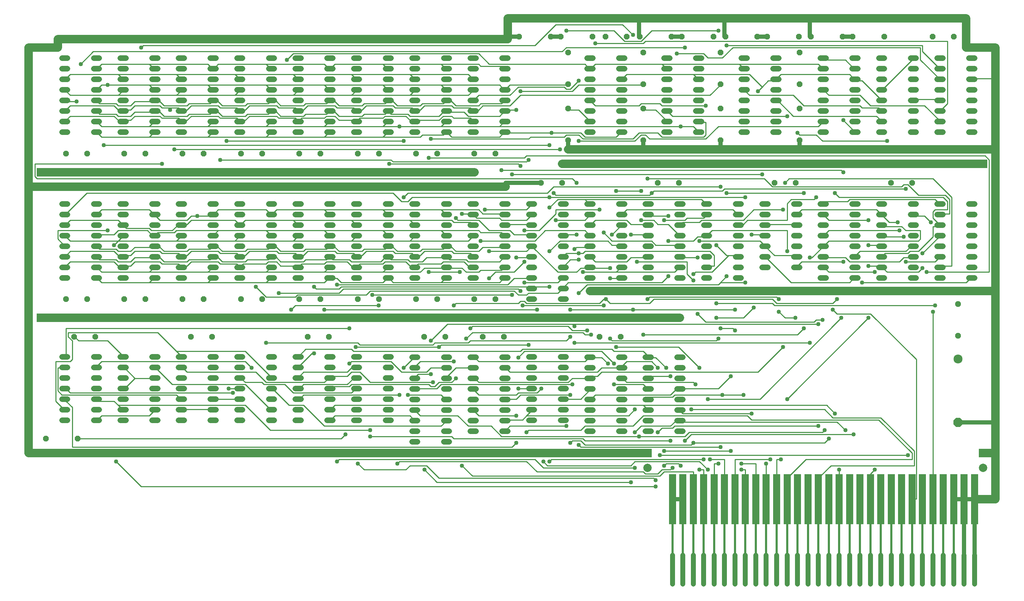
<source format=gbl>
G75*
%MOIN*%
%OFA0B0*%
%FSLAX25Y25*%
%IPPOS*%
%LPD*%
%AMOC8*
5,1,8,0,0,1.08239X$1,22.5*
%
%ADD10C,0.04724*%
%ADD11C,0.01969*%
%ADD12C,0.03937*%
%ADD13R,0.06693X0.47244*%
%ADD14C,0.05200*%
%ADD15OC8,0.05200*%
%ADD16C,0.08500*%
%ADD17OC8,0.08500*%
%ADD18C,0.07874*%
%ADD19R,0.07874X0.07874*%
%ADD20R,0.03962X0.03962*%
%ADD21C,0.01000*%
%ADD22C,0.04000*%
%ADD23C,0.07874*%
D10*
X0627378Y0010906D02*
X0627378Y0038465D01*
X0637220Y0038465D02*
X0637220Y0010906D01*
X0647063Y0010906D02*
X0647063Y0038465D01*
X0656906Y0038465D02*
X0656906Y0010906D01*
X0666748Y0010906D02*
X0666748Y0038465D01*
X0676591Y0038465D02*
X0676591Y0010906D01*
X0686433Y0010906D02*
X0686433Y0038465D01*
X0696276Y0038465D02*
X0696276Y0010906D01*
X0706118Y0010906D02*
X0706118Y0038465D01*
X0715961Y0038465D02*
X0715961Y0010906D01*
X0725803Y0010906D02*
X0725803Y0038465D01*
X0735646Y0038465D02*
X0735646Y0010906D01*
X0745488Y0010906D02*
X0745488Y0038465D01*
X0755331Y0038465D02*
X0755331Y0010906D01*
X0765173Y0010906D02*
X0765173Y0038465D01*
X0775016Y0038465D02*
X0775016Y0010906D01*
X0784858Y0010906D02*
X0784858Y0038465D01*
X0794701Y0038465D02*
X0794701Y0010906D01*
X0804543Y0010906D02*
X0804543Y0038465D01*
X0814386Y0038465D02*
X0814386Y0010906D01*
X0824228Y0010906D02*
X0824228Y0038465D01*
X0834071Y0038465D02*
X0834071Y0010906D01*
X0843913Y0010906D02*
X0843913Y0038465D01*
X0853756Y0038465D02*
X0853756Y0010906D01*
X0863598Y0010906D02*
X0863598Y0038465D01*
X0873441Y0038465D02*
X0873441Y0010906D01*
X0883283Y0010906D02*
X0883283Y0038465D01*
X0893126Y0038465D02*
X0893126Y0010906D01*
X0902969Y0010906D02*
X0902969Y0038465D01*
X0912811Y0038465D02*
X0912811Y0010906D01*
D11*
X0893126Y0038465D02*
X0893126Y0069567D01*
X0883283Y0069567D02*
X0883283Y0038858D01*
X0873441Y0038465D02*
X0873441Y0069567D01*
X0863598Y0069567D02*
X0863598Y0038465D01*
X0853756Y0038858D02*
X0853756Y0069567D01*
X0843913Y0069567D02*
X0843913Y0038465D01*
X0834071Y0038858D02*
X0834071Y0069567D01*
X0824228Y0069567D02*
X0824228Y0038465D01*
X0814386Y0038465D02*
X0814386Y0069567D01*
X0804543Y0069567D02*
X0804543Y0038465D01*
X0794701Y0038465D02*
X0794701Y0069567D01*
X0784858Y0069567D02*
X0784858Y0038465D01*
X0775016Y0038465D02*
X0775016Y0069567D01*
X0765173Y0069567D02*
X0765173Y0038465D01*
X0755331Y0038465D02*
X0755331Y0069567D01*
X0745488Y0069567D02*
X0745488Y0038465D01*
X0735646Y0038465D02*
X0735646Y0069567D01*
X0725803Y0069567D02*
X0725803Y0038858D01*
X0715961Y0040039D02*
X0715961Y0069567D01*
X0706118Y0069567D02*
X0706118Y0039646D01*
X0696276Y0038465D02*
X0696276Y0069567D01*
X0686433Y0069567D02*
X0686433Y0039252D01*
X0676591Y0038858D02*
X0676591Y0069567D01*
X0666748Y0069567D02*
X0666748Y0038465D01*
X0656906Y0038465D02*
X0656906Y0069567D01*
X0647063Y0069567D02*
X0647063Y0039252D01*
X0637220Y0038465D02*
X0637220Y0069173D01*
X0627378Y0069173D02*
X0627378Y0039252D01*
X0932496Y0163976D02*
X0932496Y0164449D01*
D12*
X0932496Y0163976D02*
X0897063Y0163976D01*
X0893126Y0091220D02*
X0902969Y0091220D01*
X0912811Y0091220D01*
X0914780Y0091220D01*
X0912811Y0068386D02*
X0912811Y0038465D01*
X0902969Y0038465D02*
X0902969Y0068386D01*
X0637220Y0091220D02*
X0627378Y0091220D01*
X0525016Y0262874D02*
X0524268Y0263622D01*
X0468087Y0262874D02*
X0467142Y0262874D01*
X0359661Y0262874D02*
X0358913Y0263622D01*
X0248677Y0264094D02*
X0247457Y0262874D01*
X0139189Y0262874D02*
X0138441Y0263622D01*
X0469898Y0386890D02*
X0469898Y0390827D01*
X0503205Y0390827D01*
X0469898Y0388858D02*
X0469898Y0386890D01*
X0528953Y0422323D02*
X0528953Y0430945D01*
X0599819Y0430945D02*
X0599819Y0422323D01*
X0672654Y0422323D02*
X0672654Y0430945D01*
X0747457Y0430945D02*
X0747457Y0422323D01*
X0757299Y0529016D02*
X0757299Y0546339D01*
X0757299Y0529016D02*
X0758047Y0529016D01*
X0788047Y0529016D02*
X0797417Y0529016D01*
X0869504Y0544370D02*
X0869504Y0546339D01*
X0716709Y0529016D02*
X0707339Y0529016D01*
X0677339Y0529016D02*
X0676591Y0529016D01*
X0676591Y0546339D01*
X0636000Y0529016D02*
X0626630Y0529016D01*
X0596630Y0529016D02*
X0595882Y0529016D01*
X0595882Y0546339D01*
X0521827Y0529016D02*
X0512457Y0529016D01*
X0482457Y0529016D02*
X0471866Y0529016D01*
X0471866Y0528622D01*
X0932496Y0428976D02*
X0932496Y0428228D01*
X0932496Y0288465D02*
X0932496Y0286496D01*
D13*
X0912811Y0091220D03*
X0902969Y0091220D03*
X0893126Y0091220D03*
X0883283Y0091220D03*
X0873441Y0091220D03*
X0863598Y0091220D03*
X0853756Y0091220D03*
X0843913Y0091220D03*
X0834071Y0091220D03*
X0824228Y0091220D03*
X0814386Y0091220D03*
X0804543Y0091220D03*
X0794701Y0091220D03*
X0784858Y0091220D03*
X0775016Y0091220D03*
X0765173Y0091220D03*
X0755331Y0091220D03*
X0745488Y0091220D03*
X0735646Y0091220D03*
X0725803Y0091220D03*
X0715961Y0091220D03*
X0706118Y0091220D03*
X0696276Y0091220D03*
X0686433Y0091220D03*
X0676591Y0091220D03*
X0666748Y0091220D03*
X0656906Y0091220D03*
X0647063Y0091220D03*
X0637220Y0091220D03*
X0627378Y0091220D03*
D14*
X0631904Y0155827D02*
X0637104Y0155827D01*
X0637104Y0165827D02*
X0631904Y0165827D01*
X0631904Y0175827D02*
X0637104Y0175827D01*
X0637104Y0185827D02*
X0631904Y0185827D01*
X0631904Y0195827D02*
X0637104Y0195827D01*
X0637104Y0205827D02*
X0631904Y0205827D01*
X0631904Y0215827D02*
X0637104Y0215827D01*
X0637104Y0225827D02*
X0631904Y0225827D01*
X0607104Y0225827D02*
X0601904Y0225827D01*
X0601904Y0215827D02*
X0607104Y0215827D01*
X0607104Y0205827D02*
X0601904Y0205827D01*
X0601904Y0195827D02*
X0607104Y0195827D01*
X0607104Y0185827D02*
X0601904Y0185827D01*
X0601904Y0175827D02*
X0607104Y0175827D01*
X0607104Y0165827D02*
X0601904Y0165827D01*
X0601904Y0155827D02*
X0607104Y0155827D01*
X0581986Y0155827D02*
X0576786Y0155827D01*
X0576786Y0165827D02*
X0581986Y0165827D01*
X0581986Y0175827D02*
X0576786Y0175827D01*
X0576786Y0185827D02*
X0581986Y0185827D01*
X0581986Y0195827D02*
X0576786Y0195827D01*
X0576786Y0205827D02*
X0581986Y0205827D01*
X0581986Y0215827D02*
X0576786Y0215827D01*
X0576786Y0225827D02*
X0581986Y0225827D01*
X0551986Y0225827D02*
X0546786Y0225827D01*
X0546786Y0215827D02*
X0551986Y0215827D01*
X0551986Y0205827D02*
X0546786Y0205827D01*
X0546786Y0195827D02*
X0551986Y0195827D01*
X0551986Y0185827D02*
X0546786Y0185827D01*
X0546786Y0175827D02*
X0551986Y0175827D01*
X0551986Y0165827D02*
X0546786Y0165827D01*
X0546786Y0155827D02*
X0551986Y0155827D01*
X0526868Y0165945D02*
X0521668Y0165945D01*
X0521668Y0175945D02*
X0526868Y0175945D01*
X0526868Y0185945D02*
X0521668Y0185945D01*
X0521668Y0195945D02*
X0526868Y0195945D01*
X0526868Y0205945D02*
X0521668Y0205945D01*
X0521668Y0215945D02*
X0526868Y0215945D01*
X0526868Y0225945D02*
X0521668Y0225945D01*
X0496868Y0225945D02*
X0491668Y0225945D01*
X0491668Y0215945D02*
X0496868Y0215945D01*
X0496868Y0205945D02*
X0491668Y0205945D01*
X0491668Y0195945D02*
X0496868Y0195945D01*
X0496868Y0185945D02*
X0491668Y0185945D01*
X0491668Y0175945D02*
X0496868Y0175945D01*
X0496868Y0165945D02*
X0491668Y0165945D01*
X0471750Y0165827D02*
X0466550Y0165827D01*
X0466550Y0175827D02*
X0471750Y0175827D01*
X0471750Y0185827D02*
X0466550Y0185827D01*
X0466550Y0195827D02*
X0471750Y0195827D01*
X0471750Y0205827D02*
X0466550Y0205827D01*
X0466550Y0215827D02*
X0471750Y0215827D01*
X0471750Y0225827D02*
X0466550Y0225827D01*
X0441750Y0225827D02*
X0436550Y0225827D01*
X0436550Y0215827D02*
X0441750Y0215827D01*
X0441750Y0205827D02*
X0436550Y0205827D01*
X0436550Y0195827D02*
X0441750Y0195827D01*
X0441750Y0185827D02*
X0436550Y0185827D01*
X0436550Y0175827D02*
X0441750Y0175827D01*
X0441750Y0165827D02*
X0436550Y0165827D01*
X0436550Y0155827D02*
X0441750Y0155827D01*
X0466550Y0155827D02*
X0471750Y0155827D01*
X0416631Y0155827D02*
X0411431Y0155827D01*
X0411431Y0165827D02*
X0416631Y0165827D01*
X0416631Y0175827D02*
X0411431Y0175827D01*
X0411431Y0185827D02*
X0416631Y0185827D01*
X0416631Y0195827D02*
X0411431Y0195827D01*
X0411431Y0205827D02*
X0416631Y0205827D01*
X0416631Y0215827D02*
X0411431Y0215827D01*
X0411431Y0225827D02*
X0416631Y0225827D01*
X0386631Y0225827D02*
X0381431Y0225827D01*
X0381431Y0215827D02*
X0386631Y0215827D01*
X0386631Y0205827D02*
X0381431Y0205827D01*
X0381431Y0195827D02*
X0386631Y0195827D01*
X0386631Y0185827D02*
X0381431Y0185827D01*
X0381431Y0175827D02*
X0386631Y0175827D01*
X0386631Y0165827D02*
X0381431Y0165827D01*
X0381431Y0155827D02*
X0386631Y0155827D01*
X0386631Y0145827D02*
X0381431Y0145827D01*
X0411431Y0145827D02*
X0416631Y0145827D01*
X0361513Y0165945D02*
X0356313Y0165945D01*
X0356313Y0175945D02*
X0361513Y0175945D01*
X0361513Y0185945D02*
X0356313Y0185945D01*
X0356313Y0195945D02*
X0361513Y0195945D01*
X0361513Y0205945D02*
X0356313Y0205945D01*
X0356313Y0215945D02*
X0361513Y0215945D01*
X0361513Y0225945D02*
X0356313Y0225945D01*
X0331513Y0225945D02*
X0326313Y0225945D01*
X0326313Y0215945D02*
X0331513Y0215945D01*
X0331513Y0205945D02*
X0326313Y0205945D01*
X0326313Y0195945D02*
X0331513Y0195945D01*
X0331513Y0185945D02*
X0326313Y0185945D01*
X0326313Y0175945D02*
X0331513Y0175945D01*
X0331513Y0165945D02*
X0326313Y0165945D01*
X0306395Y0165945D02*
X0301195Y0165945D01*
X0301195Y0175945D02*
X0306395Y0175945D01*
X0306395Y0185945D02*
X0301195Y0185945D01*
X0301195Y0195945D02*
X0306395Y0195945D01*
X0306395Y0205945D02*
X0301195Y0205945D01*
X0301195Y0215945D02*
X0306395Y0215945D01*
X0306395Y0225945D02*
X0301195Y0225945D01*
X0276395Y0225945D02*
X0271195Y0225945D01*
X0271195Y0215945D02*
X0276395Y0215945D01*
X0276395Y0205945D02*
X0271195Y0205945D01*
X0271195Y0195945D02*
X0276395Y0195945D01*
X0276395Y0185945D02*
X0271195Y0185945D01*
X0271195Y0175945D02*
X0276395Y0175945D01*
X0276395Y0165945D02*
X0271195Y0165945D01*
X0251277Y0165945D02*
X0246077Y0165945D01*
X0246077Y0175945D02*
X0251277Y0175945D01*
X0251277Y0185945D02*
X0246077Y0185945D01*
X0246077Y0195945D02*
X0251277Y0195945D01*
X0251277Y0205945D02*
X0246077Y0205945D01*
X0246077Y0215945D02*
X0251277Y0215945D01*
X0251277Y0225945D02*
X0246077Y0225945D01*
X0221277Y0225945D02*
X0216077Y0225945D01*
X0216077Y0215945D02*
X0221277Y0215945D01*
X0221277Y0205945D02*
X0216077Y0205945D01*
X0216077Y0195945D02*
X0221277Y0195945D01*
X0221277Y0185945D02*
X0216077Y0185945D01*
X0216077Y0175945D02*
X0221277Y0175945D01*
X0221277Y0165945D02*
X0216077Y0165945D01*
X0196159Y0165945D02*
X0190959Y0165945D01*
X0190959Y0175945D02*
X0196159Y0175945D01*
X0196159Y0185945D02*
X0190959Y0185945D01*
X0190959Y0195945D02*
X0196159Y0195945D01*
X0196159Y0205945D02*
X0190959Y0205945D01*
X0190959Y0215945D02*
X0196159Y0215945D01*
X0196159Y0225945D02*
X0190959Y0225945D01*
X0166159Y0225945D02*
X0160959Y0225945D01*
X0160959Y0215945D02*
X0166159Y0215945D01*
X0166159Y0205945D02*
X0160959Y0205945D01*
X0160959Y0195945D02*
X0166159Y0195945D01*
X0166159Y0185945D02*
X0160959Y0185945D01*
X0160959Y0175945D02*
X0166159Y0175945D01*
X0166159Y0165945D02*
X0160959Y0165945D01*
X0141041Y0165945D02*
X0135841Y0165945D01*
X0135841Y0175945D02*
X0141041Y0175945D01*
X0141041Y0185945D02*
X0135841Y0185945D01*
X0135841Y0195945D02*
X0141041Y0195945D01*
X0141041Y0205945D02*
X0135841Y0205945D01*
X0135841Y0215945D02*
X0141041Y0215945D01*
X0141041Y0225945D02*
X0135841Y0225945D01*
X0111041Y0225945D02*
X0105841Y0225945D01*
X0105841Y0215945D02*
X0111041Y0215945D01*
X0111041Y0205945D02*
X0105841Y0205945D01*
X0105841Y0195945D02*
X0111041Y0195945D01*
X0111041Y0185945D02*
X0105841Y0185945D01*
X0105841Y0175945D02*
X0111041Y0175945D01*
X0111041Y0165945D02*
X0105841Y0165945D01*
X0085923Y0165945D02*
X0080723Y0165945D01*
X0080723Y0175945D02*
X0085923Y0175945D01*
X0085923Y0185945D02*
X0080723Y0185945D01*
X0080723Y0195945D02*
X0085923Y0195945D01*
X0085923Y0205945D02*
X0080723Y0205945D01*
X0080723Y0215945D02*
X0085923Y0215945D01*
X0085923Y0225945D02*
X0080723Y0225945D01*
X0055923Y0225945D02*
X0050723Y0225945D01*
X0050723Y0215945D02*
X0055923Y0215945D01*
X0055923Y0205945D02*
X0050723Y0205945D01*
X0050723Y0195945D02*
X0055923Y0195945D01*
X0055923Y0185945D02*
X0050723Y0185945D01*
X0050723Y0175945D02*
X0055923Y0175945D01*
X0055923Y0165945D02*
X0050723Y0165945D01*
X0050723Y0300709D02*
X0055923Y0300709D01*
X0055923Y0310709D02*
X0050723Y0310709D01*
X0050723Y0320709D02*
X0055923Y0320709D01*
X0055923Y0330709D02*
X0050723Y0330709D01*
X0050723Y0340709D02*
X0055923Y0340709D01*
X0055923Y0350709D02*
X0050723Y0350709D01*
X0050723Y0360709D02*
X0055923Y0360709D01*
X0055923Y0370709D02*
X0050723Y0370709D01*
X0080723Y0370709D02*
X0085923Y0370709D01*
X0085923Y0360709D02*
X0080723Y0360709D01*
X0080723Y0350709D02*
X0085923Y0350709D01*
X0085923Y0340709D02*
X0080723Y0340709D01*
X0080723Y0330709D02*
X0085923Y0330709D01*
X0085923Y0320709D02*
X0080723Y0320709D01*
X0080723Y0310709D02*
X0085923Y0310709D01*
X0085923Y0300709D02*
X0080723Y0300709D01*
X0105841Y0300709D02*
X0111041Y0300709D01*
X0111041Y0310709D02*
X0105841Y0310709D01*
X0105841Y0320709D02*
X0111041Y0320709D01*
X0111041Y0330709D02*
X0105841Y0330709D01*
X0105841Y0340709D02*
X0111041Y0340709D01*
X0111041Y0350709D02*
X0105841Y0350709D01*
X0105841Y0360709D02*
X0111041Y0360709D01*
X0111041Y0370709D02*
X0105841Y0370709D01*
X0135841Y0370709D02*
X0141041Y0370709D01*
X0141041Y0360709D02*
X0135841Y0360709D01*
X0135841Y0350709D02*
X0141041Y0350709D01*
X0141041Y0340709D02*
X0135841Y0340709D01*
X0135841Y0330709D02*
X0141041Y0330709D01*
X0141041Y0320709D02*
X0135841Y0320709D01*
X0135841Y0310709D02*
X0141041Y0310709D01*
X0141041Y0300709D02*
X0135841Y0300709D01*
X0160959Y0300709D02*
X0166159Y0300709D01*
X0166159Y0310709D02*
X0160959Y0310709D01*
X0160959Y0320709D02*
X0166159Y0320709D01*
X0166159Y0330709D02*
X0160959Y0330709D01*
X0160959Y0340709D02*
X0166159Y0340709D01*
X0166159Y0350709D02*
X0160959Y0350709D01*
X0160959Y0360709D02*
X0166159Y0360709D01*
X0166159Y0370709D02*
X0160959Y0370709D01*
X0190959Y0370709D02*
X0196159Y0370709D01*
X0196159Y0360709D02*
X0190959Y0360709D01*
X0190959Y0350709D02*
X0196159Y0350709D01*
X0196159Y0340709D02*
X0190959Y0340709D01*
X0190959Y0330709D02*
X0196159Y0330709D01*
X0196159Y0320709D02*
X0190959Y0320709D01*
X0190959Y0310709D02*
X0196159Y0310709D01*
X0196159Y0300709D02*
X0190959Y0300709D01*
X0216077Y0300709D02*
X0221277Y0300709D01*
X0221277Y0310709D02*
X0216077Y0310709D01*
X0216077Y0320709D02*
X0221277Y0320709D01*
X0221277Y0330709D02*
X0216077Y0330709D01*
X0216077Y0340709D02*
X0221277Y0340709D01*
X0221277Y0350709D02*
X0216077Y0350709D01*
X0216077Y0360709D02*
X0221277Y0360709D01*
X0221277Y0370709D02*
X0216077Y0370709D01*
X0246077Y0370709D02*
X0251277Y0370709D01*
X0251277Y0360709D02*
X0246077Y0360709D01*
X0246077Y0350709D02*
X0251277Y0350709D01*
X0251277Y0340709D02*
X0246077Y0340709D01*
X0246077Y0330709D02*
X0251277Y0330709D01*
X0251277Y0320709D02*
X0246077Y0320709D01*
X0246077Y0310709D02*
X0251277Y0310709D01*
X0251277Y0300709D02*
X0246077Y0300709D01*
X0271195Y0300709D02*
X0276395Y0300709D01*
X0276395Y0310709D02*
X0271195Y0310709D01*
X0271195Y0320709D02*
X0276395Y0320709D01*
X0276395Y0330709D02*
X0271195Y0330709D01*
X0271195Y0340709D02*
X0276395Y0340709D01*
X0276395Y0350709D02*
X0271195Y0350709D01*
X0271195Y0360709D02*
X0276395Y0360709D01*
X0276395Y0370709D02*
X0271195Y0370709D01*
X0301195Y0370709D02*
X0306395Y0370709D01*
X0306395Y0360709D02*
X0301195Y0360709D01*
X0301195Y0350709D02*
X0306395Y0350709D01*
X0306395Y0340709D02*
X0301195Y0340709D01*
X0301195Y0330709D02*
X0306395Y0330709D01*
X0306395Y0320709D02*
X0301195Y0320709D01*
X0301195Y0310709D02*
X0306395Y0310709D01*
X0306395Y0300709D02*
X0301195Y0300709D01*
X0326313Y0300709D02*
X0331513Y0300709D01*
X0331513Y0310709D02*
X0326313Y0310709D01*
X0326313Y0320709D02*
X0331513Y0320709D01*
X0331513Y0330709D02*
X0326313Y0330709D01*
X0326313Y0340709D02*
X0331513Y0340709D01*
X0331513Y0350709D02*
X0326313Y0350709D01*
X0326313Y0360709D02*
X0331513Y0360709D01*
X0331513Y0370709D02*
X0326313Y0370709D01*
X0356313Y0370709D02*
X0361513Y0370709D01*
X0361513Y0360709D02*
X0356313Y0360709D01*
X0356313Y0350709D02*
X0361513Y0350709D01*
X0361513Y0340709D02*
X0356313Y0340709D01*
X0356313Y0330709D02*
X0361513Y0330709D01*
X0361513Y0320709D02*
X0356313Y0320709D01*
X0356313Y0310709D02*
X0361513Y0310709D01*
X0361513Y0300709D02*
X0356313Y0300709D01*
X0381431Y0300709D02*
X0386631Y0300709D01*
X0386631Y0310709D02*
X0381431Y0310709D01*
X0381431Y0320709D02*
X0386631Y0320709D01*
X0386631Y0330709D02*
X0381431Y0330709D01*
X0381431Y0340709D02*
X0386631Y0340709D01*
X0386631Y0350709D02*
X0381431Y0350709D01*
X0381431Y0360709D02*
X0386631Y0360709D01*
X0386631Y0370709D02*
X0381431Y0370709D01*
X0411431Y0370709D02*
X0416631Y0370709D01*
X0416631Y0360709D02*
X0411431Y0360709D01*
X0411431Y0350709D02*
X0416631Y0350709D01*
X0416631Y0340709D02*
X0411431Y0340709D01*
X0411431Y0330709D02*
X0416631Y0330709D01*
X0416631Y0320709D02*
X0411431Y0320709D01*
X0411431Y0310709D02*
X0416631Y0310709D01*
X0416631Y0300709D02*
X0411431Y0300709D01*
X0436550Y0300709D02*
X0441750Y0300709D01*
X0441750Y0310709D02*
X0436550Y0310709D01*
X0436550Y0320709D02*
X0441750Y0320709D01*
X0441750Y0330709D02*
X0436550Y0330709D01*
X0436550Y0340709D02*
X0441750Y0340709D01*
X0441750Y0350709D02*
X0436550Y0350709D01*
X0436550Y0360709D02*
X0441750Y0360709D01*
X0441750Y0370709D02*
X0436550Y0370709D01*
X0466550Y0370709D02*
X0471750Y0370709D01*
X0471750Y0360709D02*
X0466550Y0360709D01*
X0466550Y0350709D02*
X0471750Y0350709D01*
X0471750Y0340709D02*
X0466550Y0340709D01*
X0466550Y0330709D02*
X0471750Y0330709D01*
X0471750Y0320709D02*
X0466550Y0320709D01*
X0466550Y0310709D02*
X0471750Y0310709D01*
X0471750Y0300709D02*
X0466550Y0300709D01*
X0491668Y0300709D02*
X0496868Y0300709D01*
X0496868Y0310709D02*
X0491668Y0310709D01*
X0491668Y0320709D02*
X0496868Y0320709D01*
X0496868Y0330709D02*
X0491668Y0330709D01*
X0491668Y0340709D02*
X0496868Y0340709D01*
X0496868Y0350709D02*
X0491668Y0350709D01*
X0491668Y0360709D02*
X0496868Y0360709D01*
X0496868Y0370709D02*
X0491668Y0370709D01*
X0521668Y0370709D02*
X0526868Y0370709D01*
X0526868Y0360709D02*
X0521668Y0360709D01*
X0521668Y0350709D02*
X0526868Y0350709D01*
X0526868Y0340709D02*
X0521668Y0340709D01*
X0521668Y0330709D02*
X0526868Y0330709D01*
X0526868Y0320709D02*
X0521668Y0320709D01*
X0521668Y0310709D02*
X0526868Y0310709D01*
X0526868Y0300709D02*
X0521668Y0300709D01*
X0521668Y0290709D02*
X0526868Y0290709D01*
X0526868Y0280709D02*
X0521668Y0280709D01*
X0496868Y0280709D02*
X0491668Y0280709D01*
X0491668Y0290709D02*
X0496868Y0290709D01*
X0546786Y0300709D02*
X0551986Y0300709D01*
X0551986Y0310709D02*
X0546786Y0310709D01*
X0546786Y0320709D02*
X0551986Y0320709D01*
X0551986Y0330709D02*
X0546786Y0330709D01*
X0546786Y0340709D02*
X0551986Y0340709D01*
X0551986Y0350709D02*
X0546786Y0350709D01*
X0546786Y0360709D02*
X0551986Y0360709D01*
X0551986Y0370709D02*
X0546786Y0370709D01*
X0576786Y0370709D02*
X0581986Y0370709D01*
X0581986Y0360709D02*
X0576786Y0360709D01*
X0576786Y0350709D02*
X0581986Y0350709D01*
X0581986Y0340709D02*
X0576786Y0340709D01*
X0576786Y0330709D02*
X0581986Y0330709D01*
X0581986Y0320709D02*
X0576786Y0320709D01*
X0576786Y0310709D02*
X0581986Y0310709D01*
X0581986Y0300709D02*
X0576786Y0300709D01*
X0601904Y0300709D02*
X0607104Y0300709D01*
X0607104Y0310709D02*
X0601904Y0310709D01*
X0601904Y0320709D02*
X0607104Y0320709D01*
X0607104Y0330709D02*
X0601904Y0330709D01*
X0601904Y0340709D02*
X0607104Y0340709D01*
X0607104Y0350709D02*
X0601904Y0350709D01*
X0601904Y0360709D02*
X0607104Y0360709D01*
X0607104Y0370709D02*
X0601904Y0370709D01*
X0631904Y0370709D02*
X0637104Y0370709D01*
X0637104Y0360709D02*
X0631904Y0360709D01*
X0631904Y0350709D02*
X0637104Y0350709D01*
X0637104Y0340709D02*
X0631904Y0340709D01*
X0631904Y0330709D02*
X0637104Y0330709D01*
X0637104Y0320709D02*
X0631904Y0320709D01*
X0631904Y0310709D02*
X0637104Y0310709D01*
X0637104Y0300709D02*
X0631904Y0300709D01*
X0657022Y0300709D02*
X0662222Y0300709D01*
X0662222Y0310709D02*
X0657022Y0310709D01*
X0657022Y0320709D02*
X0662222Y0320709D01*
X0662222Y0330709D02*
X0657022Y0330709D01*
X0657022Y0340709D02*
X0662222Y0340709D01*
X0662222Y0350709D02*
X0657022Y0350709D01*
X0657022Y0360709D02*
X0662222Y0360709D01*
X0662222Y0370709D02*
X0657022Y0370709D01*
X0687022Y0370709D02*
X0692222Y0370709D01*
X0692222Y0360709D02*
X0687022Y0360709D01*
X0687022Y0350709D02*
X0692222Y0350709D01*
X0692222Y0340709D02*
X0687022Y0340709D01*
X0687022Y0330709D02*
X0692222Y0330709D01*
X0692222Y0320709D02*
X0687022Y0320709D01*
X0687022Y0310709D02*
X0692222Y0310709D01*
X0692222Y0300709D02*
X0687022Y0300709D01*
X0712140Y0310827D02*
X0717340Y0310827D01*
X0717340Y0320827D02*
X0712140Y0320827D01*
X0712140Y0330827D02*
X0717340Y0330827D01*
X0717340Y0340827D02*
X0712140Y0340827D01*
X0712140Y0350827D02*
X0717340Y0350827D01*
X0717340Y0360827D02*
X0712140Y0360827D01*
X0712140Y0370827D02*
X0717340Y0370827D01*
X0742140Y0370827D02*
X0747340Y0370827D01*
X0747340Y0360827D02*
X0742140Y0360827D01*
X0742140Y0350827D02*
X0747340Y0350827D01*
X0747340Y0340827D02*
X0742140Y0340827D01*
X0742140Y0330827D02*
X0747340Y0330827D01*
X0747340Y0320827D02*
X0742140Y0320827D01*
X0742140Y0310827D02*
X0747340Y0310827D01*
X0767258Y0310709D02*
X0772458Y0310709D01*
X0772458Y0300709D02*
X0767258Y0300709D01*
X0767258Y0320709D02*
X0772458Y0320709D01*
X0772458Y0330709D02*
X0767258Y0330709D01*
X0767258Y0340709D02*
X0772458Y0340709D01*
X0772458Y0350709D02*
X0767258Y0350709D01*
X0767258Y0360709D02*
X0772458Y0360709D01*
X0772458Y0370709D02*
X0767258Y0370709D01*
X0797258Y0370709D02*
X0802458Y0370709D01*
X0802458Y0360709D02*
X0797258Y0360709D01*
X0797258Y0350709D02*
X0802458Y0350709D01*
X0802458Y0340709D02*
X0797258Y0340709D01*
X0797258Y0330709D02*
X0802458Y0330709D01*
X0802458Y0320709D02*
X0797258Y0320709D01*
X0797258Y0310709D02*
X0802458Y0310709D01*
X0802458Y0300709D02*
X0797258Y0300709D01*
X0822376Y0300709D02*
X0827576Y0300709D01*
X0827576Y0310709D02*
X0822376Y0310709D01*
X0822376Y0320709D02*
X0827576Y0320709D01*
X0827576Y0330709D02*
X0822376Y0330709D01*
X0822376Y0340709D02*
X0827576Y0340709D01*
X0827576Y0350709D02*
X0822376Y0350709D01*
X0822376Y0360709D02*
X0827576Y0360709D01*
X0827576Y0370709D02*
X0822376Y0370709D01*
X0852376Y0370709D02*
X0857576Y0370709D01*
X0857576Y0360709D02*
X0852376Y0360709D01*
X0852376Y0350709D02*
X0857576Y0350709D01*
X0857576Y0340709D02*
X0852376Y0340709D01*
X0852376Y0330709D02*
X0857576Y0330709D01*
X0857576Y0320709D02*
X0852376Y0320709D01*
X0852376Y0310709D02*
X0857576Y0310709D01*
X0857576Y0300709D02*
X0852376Y0300709D01*
X0877494Y0300709D02*
X0882694Y0300709D01*
X0882694Y0310709D02*
X0877494Y0310709D01*
X0877494Y0320709D02*
X0882694Y0320709D01*
X0882694Y0330709D02*
X0877494Y0330709D01*
X0877494Y0340709D02*
X0882694Y0340709D01*
X0882694Y0350709D02*
X0877494Y0350709D01*
X0877494Y0360709D02*
X0882694Y0360709D01*
X0882694Y0370709D02*
X0877494Y0370709D01*
X0907494Y0370709D02*
X0912694Y0370709D01*
X0912694Y0360709D02*
X0907494Y0360709D01*
X0907494Y0350709D02*
X0912694Y0350709D01*
X0912694Y0340709D02*
X0907494Y0340709D01*
X0907494Y0330709D02*
X0912694Y0330709D01*
X0912694Y0320709D02*
X0907494Y0320709D01*
X0907494Y0310709D02*
X0912694Y0310709D01*
X0912694Y0300709D02*
X0907494Y0300709D01*
X0907494Y0438504D02*
X0912694Y0438504D01*
X0912694Y0448504D02*
X0907494Y0448504D01*
X0907494Y0458504D02*
X0912694Y0458504D01*
X0912694Y0468504D02*
X0907494Y0468504D01*
X0907494Y0478504D02*
X0912694Y0478504D01*
X0912694Y0488504D02*
X0907494Y0488504D01*
X0907494Y0498504D02*
X0912694Y0498504D01*
X0912694Y0508504D02*
X0907494Y0508504D01*
X0882694Y0508504D02*
X0877494Y0508504D01*
X0877494Y0498504D02*
X0882694Y0498504D01*
X0882694Y0488504D02*
X0877494Y0488504D01*
X0877494Y0478504D02*
X0882694Y0478504D01*
X0882694Y0468504D02*
X0877494Y0468504D01*
X0877494Y0458504D02*
X0882694Y0458504D01*
X0882694Y0448504D02*
X0877494Y0448504D01*
X0877494Y0438504D02*
X0882694Y0438504D01*
X0857576Y0438504D02*
X0852376Y0438504D01*
X0852376Y0448504D02*
X0857576Y0448504D01*
X0857576Y0458504D02*
X0852376Y0458504D01*
X0852376Y0468504D02*
X0857576Y0468504D01*
X0857576Y0478504D02*
X0852376Y0478504D01*
X0852376Y0488504D02*
X0857576Y0488504D01*
X0857576Y0498504D02*
X0852376Y0498504D01*
X0852376Y0508504D02*
X0857576Y0508504D01*
X0827576Y0508504D02*
X0822376Y0508504D01*
X0822376Y0498504D02*
X0827576Y0498504D01*
X0827576Y0488504D02*
X0822376Y0488504D01*
X0822376Y0478504D02*
X0827576Y0478504D01*
X0827576Y0468504D02*
X0822376Y0468504D01*
X0822376Y0458504D02*
X0827576Y0458504D01*
X0827576Y0448504D02*
X0822376Y0448504D01*
X0822376Y0438504D02*
X0827576Y0438504D01*
X0802458Y0438504D02*
X0797258Y0438504D01*
X0797258Y0448504D02*
X0802458Y0448504D01*
X0802458Y0458504D02*
X0797258Y0458504D01*
X0797258Y0468504D02*
X0802458Y0468504D01*
X0802458Y0478504D02*
X0797258Y0478504D01*
X0797258Y0488504D02*
X0802458Y0488504D01*
X0802458Y0498504D02*
X0797258Y0498504D01*
X0797258Y0508504D02*
X0802458Y0508504D01*
X0772458Y0508504D02*
X0767258Y0508504D01*
X0767258Y0498504D02*
X0772458Y0498504D01*
X0772458Y0488504D02*
X0767258Y0488504D01*
X0767258Y0478504D02*
X0772458Y0478504D01*
X0772458Y0468504D02*
X0767258Y0468504D01*
X0767258Y0458504D02*
X0772458Y0458504D01*
X0772458Y0448504D02*
X0767258Y0448504D01*
X0767258Y0438504D02*
X0772458Y0438504D01*
X0727655Y0438504D02*
X0722455Y0438504D01*
X0722455Y0448504D02*
X0727655Y0448504D01*
X0727655Y0458504D02*
X0722455Y0458504D01*
X0722455Y0468504D02*
X0727655Y0468504D01*
X0727655Y0478504D02*
X0722455Y0478504D01*
X0722455Y0488504D02*
X0727655Y0488504D01*
X0727655Y0498504D02*
X0722455Y0498504D01*
X0722455Y0508504D02*
X0727655Y0508504D01*
X0697655Y0508504D02*
X0692455Y0508504D01*
X0692455Y0498504D02*
X0697655Y0498504D01*
X0697655Y0488504D02*
X0692455Y0488504D01*
X0692455Y0478504D02*
X0697655Y0478504D01*
X0697655Y0468504D02*
X0692455Y0468504D01*
X0692455Y0458504D02*
X0697655Y0458504D01*
X0697655Y0448504D02*
X0692455Y0448504D01*
X0692455Y0438504D02*
X0697655Y0438504D01*
X0654820Y0438504D02*
X0649620Y0438504D01*
X0649620Y0448504D02*
X0654820Y0448504D01*
X0654820Y0458504D02*
X0649620Y0458504D01*
X0649620Y0468504D02*
X0654820Y0468504D01*
X0654820Y0478504D02*
X0649620Y0478504D01*
X0649620Y0488504D02*
X0654820Y0488504D01*
X0654820Y0498504D02*
X0649620Y0498504D01*
X0649620Y0508504D02*
X0654820Y0508504D01*
X0624820Y0508504D02*
X0619620Y0508504D01*
X0619620Y0498504D02*
X0624820Y0498504D01*
X0624820Y0488504D02*
X0619620Y0488504D01*
X0619620Y0478504D02*
X0624820Y0478504D01*
X0624820Y0468504D02*
X0619620Y0468504D01*
X0619620Y0458504D02*
X0624820Y0458504D01*
X0624820Y0448504D02*
X0619620Y0448504D01*
X0619620Y0438504D02*
X0624820Y0438504D01*
X0581986Y0438504D02*
X0576786Y0438504D01*
X0576786Y0448504D02*
X0581986Y0448504D01*
X0581986Y0458504D02*
X0576786Y0458504D01*
X0576786Y0468504D02*
X0581986Y0468504D01*
X0581986Y0478504D02*
X0576786Y0478504D01*
X0576786Y0488504D02*
X0581986Y0488504D01*
X0581986Y0498504D02*
X0576786Y0498504D01*
X0576786Y0508504D02*
X0581986Y0508504D01*
X0551986Y0508504D02*
X0546786Y0508504D01*
X0546786Y0498504D02*
X0551986Y0498504D01*
X0551986Y0488504D02*
X0546786Y0488504D01*
X0546786Y0478504D02*
X0551986Y0478504D01*
X0551986Y0468504D02*
X0546786Y0468504D01*
X0546786Y0458504D02*
X0551986Y0458504D01*
X0551986Y0448504D02*
X0546786Y0448504D01*
X0546786Y0438504D02*
X0551986Y0438504D01*
X0471750Y0438504D02*
X0466550Y0438504D01*
X0466550Y0448504D02*
X0471750Y0448504D01*
X0471750Y0458504D02*
X0466550Y0458504D01*
X0466550Y0468504D02*
X0471750Y0468504D01*
X0471750Y0478504D02*
X0466550Y0478504D01*
X0466550Y0488504D02*
X0471750Y0488504D01*
X0471750Y0498504D02*
X0466550Y0498504D01*
X0466550Y0508504D02*
X0471750Y0508504D01*
X0441750Y0508504D02*
X0436550Y0508504D01*
X0436550Y0498504D02*
X0441750Y0498504D01*
X0441750Y0488504D02*
X0436550Y0488504D01*
X0436550Y0478504D02*
X0441750Y0478504D01*
X0441750Y0468504D02*
X0436550Y0468504D01*
X0436550Y0458504D02*
X0441750Y0458504D01*
X0441750Y0448504D02*
X0436550Y0448504D01*
X0436550Y0438504D02*
X0441750Y0438504D01*
X0416631Y0438504D02*
X0411431Y0438504D01*
X0411431Y0448504D02*
X0416631Y0448504D01*
X0416631Y0458504D02*
X0411431Y0458504D01*
X0411431Y0468504D02*
X0416631Y0468504D01*
X0416631Y0478504D02*
X0411431Y0478504D01*
X0411431Y0488504D02*
X0416631Y0488504D01*
X0416631Y0498504D02*
X0411431Y0498504D01*
X0411431Y0508504D02*
X0416631Y0508504D01*
X0386631Y0508504D02*
X0381431Y0508504D01*
X0381431Y0498504D02*
X0386631Y0498504D01*
X0386631Y0488504D02*
X0381431Y0488504D01*
X0381431Y0478504D02*
X0386631Y0478504D01*
X0386631Y0468504D02*
X0381431Y0468504D01*
X0381431Y0458504D02*
X0386631Y0458504D01*
X0386631Y0448504D02*
X0381431Y0448504D01*
X0381431Y0438504D02*
X0386631Y0438504D01*
X0361513Y0438504D02*
X0356313Y0438504D01*
X0356313Y0448504D02*
X0361513Y0448504D01*
X0361513Y0458504D02*
X0356313Y0458504D01*
X0356313Y0468504D02*
X0361513Y0468504D01*
X0361513Y0478504D02*
X0356313Y0478504D01*
X0356313Y0488504D02*
X0361513Y0488504D01*
X0361513Y0498504D02*
X0356313Y0498504D01*
X0356313Y0508504D02*
X0361513Y0508504D01*
X0331513Y0508504D02*
X0326313Y0508504D01*
X0326313Y0498504D02*
X0331513Y0498504D01*
X0331513Y0488504D02*
X0326313Y0488504D01*
X0326313Y0478504D02*
X0331513Y0478504D01*
X0331513Y0468504D02*
X0326313Y0468504D01*
X0326313Y0458504D02*
X0331513Y0458504D01*
X0331513Y0448504D02*
X0326313Y0448504D01*
X0326313Y0438504D02*
X0331513Y0438504D01*
X0306395Y0438504D02*
X0301195Y0438504D01*
X0301195Y0448504D02*
X0306395Y0448504D01*
X0306395Y0458504D02*
X0301195Y0458504D01*
X0301195Y0468504D02*
X0306395Y0468504D01*
X0306395Y0478504D02*
X0301195Y0478504D01*
X0301195Y0488504D02*
X0306395Y0488504D01*
X0306395Y0498504D02*
X0301195Y0498504D01*
X0301195Y0508504D02*
X0306395Y0508504D01*
X0276395Y0508504D02*
X0271195Y0508504D01*
X0271195Y0498504D02*
X0276395Y0498504D01*
X0276395Y0488504D02*
X0271195Y0488504D01*
X0271195Y0478504D02*
X0276395Y0478504D01*
X0276395Y0468504D02*
X0271195Y0468504D01*
X0271195Y0458504D02*
X0276395Y0458504D01*
X0276395Y0448504D02*
X0271195Y0448504D01*
X0271195Y0438504D02*
X0276395Y0438504D01*
X0251277Y0438504D02*
X0246077Y0438504D01*
X0246077Y0448504D02*
X0251277Y0448504D01*
X0251277Y0458504D02*
X0246077Y0458504D01*
X0246077Y0468504D02*
X0251277Y0468504D01*
X0251277Y0478504D02*
X0246077Y0478504D01*
X0246077Y0488504D02*
X0251277Y0488504D01*
X0251277Y0498504D02*
X0246077Y0498504D01*
X0246077Y0508504D02*
X0251277Y0508504D01*
X0221277Y0508504D02*
X0216077Y0508504D01*
X0216077Y0498504D02*
X0221277Y0498504D01*
X0221277Y0488504D02*
X0216077Y0488504D01*
X0216077Y0478504D02*
X0221277Y0478504D01*
X0221277Y0468504D02*
X0216077Y0468504D01*
X0216077Y0458504D02*
X0221277Y0458504D01*
X0221277Y0448504D02*
X0216077Y0448504D01*
X0216077Y0438504D02*
X0221277Y0438504D01*
X0196159Y0438504D02*
X0190959Y0438504D01*
X0190959Y0448504D02*
X0196159Y0448504D01*
X0196159Y0458504D02*
X0190959Y0458504D01*
X0190959Y0468504D02*
X0196159Y0468504D01*
X0196159Y0478504D02*
X0190959Y0478504D01*
X0190959Y0488504D02*
X0196159Y0488504D01*
X0196159Y0498504D02*
X0190959Y0498504D01*
X0190959Y0508504D02*
X0196159Y0508504D01*
X0166159Y0508504D02*
X0160959Y0508504D01*
X0160959Y0498504D02*
X0166159Y0498504D01*
X0166159Y0488504D02*
X0160959Y0488504D01*
X0160959Y0478504D02*
X0166159Y0478504D01*
X0166159Y0468504D02*
X0160959Y0468504D01*
X0160959Y0458504D02*
X0166159Y0458504D01*
X0166159Y0448504D02*
X0160959Y0448504D01*
X0160959Y0438504D02*
X0166159Y0438504D01*
X0141041Y0438504D02*
X0135841Y0438504D01*
X0135841Y0448504D02*
X0141041Y0448504D01*
X0141041Y0458504D02*
X0135841Y0458504D01*
X0135841Y0468504D02*
X0141041Y0468504D01*
X0141041Y0478504D02*
X0135841Y0478504D01*
X0135841Y0488504D02*
X0141041Y0488504D01*
X0141041Y0498504D02*
X0135841Y0498504D01*
X0135841Y0508504D02*
X0141041Y0508504D01*
X0111041Y0508504D02*
X0105841Y0508504D01*
X0105841Y0498504D02*
X0111041Y0498504D01*
X0111041Y0488504D02*
X0105841Y0488504D01*
X0105841Y0478504D02*
X0111041Y0478504D01*
X0111041Y0468504D02*
X0105841Y0468504D01*
X0105841Y0458504D02*
X0111041Y0458504D01*
X0111041Y0448504D02*
X0105841Y0448504D01*
X0105841Y0438504D02*
X0111041Y0438504D01*
X0085923Y0438504D02*
X0080723Y0438504D01*
X0080723Y0448504D02*
X0085923Y0448504D01*
X0085923Y0458504D02*
X0080723Y0458504D01*
X0080723Y0468504D02*
X0085923Y0468504D01*
X0085923Y0478504D02*
X0080723Y0478504D01*
X0080723Y0488504D02*
X0085923Y0488504D01*
X0085923Y0498504D02*
X0080723Y0498504D01*
X0080723Y0508504D02*
X0085923Y0508504D01*
X0055923Y0508504D02*
X0050723Y0508504D01*
X0050723Y0498504D02*
X0055923Y0498504D01*
X0055923Y0488504D02*
X0050723Y0488504D01*
X0050723Y0478504D02*
X0055923Y0478504D01*
X0055923Y0468504D02*
X0050723Y0468504D01*
X0050723Y0458504D02*
X0055923Y0458504D01*
X0055923Y0448504D02*
X0050723Y0448504D01*
X0050723Y0438504D02*
X0055923Y0438504D01*
D15*
X0054386Y0418386D03*
X0074386Y0418386D03*
X0109504Y0418386D03*
X0129504Y0418386D03*
X0164622Y0418386D03*
X0184622Y0418386D03*
X0219740Y0418386D03*
X0239740Y0418386D03*
X0274858Y0418386D03*
X0294858Y0418386D03*
X0329976Y0418386D03*
X0349976Y0418386D03*
X0385094Y0418386D03*
X0405094Y0418386D03*
X0440213Y0418386D03*
X0460213Y0418386D03*
X0503205Y0390827D03*
X0523205Y0390827D03*
X0528953Y0430945D03*
X0528953Y0460945D03*
X0528953Y0484094D03*
X0528953Y0514094D03*
X0521827Y0529016D03*
X0512457Y0529016D03*
X0482457Y0529016D03*
X0551827Y0529016D03*
X0564228Y0529016D03*
X0584228Y0529016D03*
X0596630Y0529016D03*
X0599819Y0514094D03*
X0626630Y0529016D03*
X0636000Y0529016D03*
X0666000Y0529016D03*
X0677339Y0529016D03*
X0672654Y0514094D03*
X0707339Y0529016D03*
X0716709Y0529016D03*
X0746709Y0529016D03*
X0758047Y0529016D03*
X0747457Y0514094D03*
X0788047Y0529016D03*
X0797417Y0529016D03*
X0827417Y0529016D03*
X0873283Y0529016D03*
X0893283Y0529016D03*
X0747457Y0484094D03*
X0747457Y0460945D03*
X0747457Y0430945D03*
X0743677Y0390827D03*
X0723677Y0390827D03*
X0672654Y0430945D03*
X0672654Y0460945D03*
X0672654Y0484094D03*
X0599819Y0484094D03*
X0599819Y0460945D03*
X0599819Y0430945D03*
X0613441Y0390827D03*
X0633441Y0390827D03*
X0460213Y0280591D03*
X0440213Y0280591D03*
X0405094Y0280591D03*
X0385094Y0280591D03*
X0349976Y0280591D03*
X0329976Y0280591D03*
X0294858Y0280591D03*
X0274858Y0280591D03*
X0239740Y0280591D03*
X0219740Y0280591D03*
X0184622Y0280591D03*
X0164622Y0280591D03*
X0129504Y0280591D03*
X0109504Y0280591D03*
X0074386Y0280591D03*
X0054386Y0280591D03*
X0062260Y0245157D03*
X0082260Y0245157D03*
X0172496Y0245157D03*
X0192496Y0245157D03*
X0282732Y0245157D03*
X0302732Y0245157D03*
X0392969Y0245157D03*
X0412969Y0245157D03*
X0448087Y0245157D03*
X0468087Y0245157D03*
X0558323Y0245157D03*
X0578323Y0245157D03*
X0833913Y0390827D03*
X0853913Y0390827D03*
X0897063Y0275906D03*
X0897063Y0245906D03*
X0065606Y0148701D03*
X0035606Y0148701D03*
D16*
X0897063Y0223976D03*
D17*
X0897063Y0163976D03*
D18*
X0932496Y0164449D02*
X0932496Y0286496D01*
X0932496Y0422323D01*
X0880134Y0422323D01*
X0825016Y0422323D01*
X0769898Y0422323D01*
X0747457Y0422323D01*
X0695094Y0422323D01*
X0672654Y0422323D01*
X0621866Y0422323D01*
X0599819Y0422323D01*
X0549425Y0422323D01*
X0528953Y0422323D01*
X0523047Y0408543D02*
X0579346Y0408543D01*
X0633283Y0408543D01*
X0689583Y0408543D01*
X0743520Y0408543D01*
X0799819Y0408543D01*
X0852969Y0408543D01*
X0908874Y0408543D01*
X0920685Y0408543D01*
X0932496Y0422323D02*
X0932496Y0428228D01*
X0932496Y0489252D01*
X0932496Y0518780D01*
X0904937Y0518780D01*
X0904937Y0546339D01*
X0869504Y0546339D01*
X0757299Y0546339D01*
X0676591Y0546339D01*
X0595882Y0546339D01*
X0471866Y0546339D01*
X0471866Y0528622D01*
X0471866Y0526654D01*
X0469898Y0526654D01*
X0413992Y0526654D01*
X0358874Y0526654D01*
X0304150Y0526654D01*
X0247457Y0526654D01*
X0194307Y0526654D01*
X0138795Y0526654D01*
X0082496Y0526654D01*
X0046669Y0526654D01*
X0046669Y0518780D01*
X0019110Y0518780D01*
X0019110Y0386890D01*
X0084071Y0386890D01*
X0138402Y0386890D01*
X0194307Y0386890D01*
X0248638Y0386890D01*
X0303756Y0386890D01*
X0359661Y0386890D01*
X0413992Y0386890D01*
X0469898Y0386890D01*
X0440370Y0400669D02*
X0385252Y0400669D01*
X0330528Y0400669D01*
X0275016Y0400669D01*
X0220291Y0400669D01*
X0165567Y0400669D01*
X0110055Y0400669D01*
X0054543Y0400669D01*
X0030921Y0400669D01*
X0019110Y0386890D02*
X0019110Y0134921D01*
X0052969Y0134921D01*
X0108480Y0134921D01*
X0163598Y0134921D01*
X0218717Y0134921D01*
X0273835Y0134921D01*
X0328953Y0134921D01*
X0384071Y0134921D01*
X0439189Y0134921D01*
X0494701Y0134921D01*
X0549031Y0134921D01*
X0603756Y0134921D01*
X0578165Y0262874D02*
X0525016Y0262874D01*
X0467142Y0262874D01*
X0441157Y0262874D01*
X0412024Y0262874D01*
X0386039Y0262874D01*
X0359661Y0262874D01*
X0358874Y0262874D01*
X0330134Y0262874D01*
X0302575Y0262874D01*
X0275016Y0262874D01*
X0248638Y0262874D01*
X0247457Y0262874D01*
X0219898Y0262874D01*
X0191551Y0262874D01*
X0164780Y0262874D01*
X0139189Y0262874D01*
X0109661Y0262874D01*
X0081315Y0262874D01*
X0054543Y0262874D01*
X0030921Y0262874D01*
X0549386Y0288465D02*
X0584071Y0288465D01*
X0604543Y0288465D01*
X0641157Y0288465D01*
X0659661Y0288465D01*
X0715173Y0288465D01*
X0770291Y0288465D01*
X0825016Y0288465D01*
X0880528Y0288465D01*
X0932496Y0288465D01*
X0932496Y0164449D02*
X0932496Y0134921D01*
X0920685Y0134921D01*
X0932496Y0134921D02*
X0932496Y0091220D01*
X0914780Y0091220D01*
X0634465Y0262874D02*
X0578165Y0262874D01*
D19*
X0603756Y0134921D03*
X0920685Y0134921D03*
X0920685Y0408543D03*
X0908874Y0408543D03*
X0042732Y0400669D03*
X0030921Y0400669D03*
X0030921Y0262874D03*
X0042732Y0262874D03*
D20*
X0054543Y0262874D03*
X0081315Y0262874D03*
X0109661Y0262874D03*
X0139189Y0262874D03*
X0164780Y0262874D03*
X0191551Y0262874D03*
X0219898Y0262874D03*
X0248638Y0262874D03*
X0275016Y0262874D03*
X0302575Y0262874D03*
X0330134Y0262874D03*
X0358874Y0262874D03*
X0386039Y0262874D03*
X0412024Y0262874D03*
X0441157Y0262874D03*
X0467142Y0262874D03*
X0525016Y0262874D03*
X0549386Y0288465D03*
X0578165Y0262874D03*
X0604543Y0288465D03*
X0634465Y0262874D03*
X0659661Y0288465D03*
X0715173Y0288465D03*
X0770291Y0288465D03*
X0825016Y0288465D03*
X0880528Y0288465D03*
X0852969Y0408543D03*
X0880134Y0422323D03*
X0825016Y0422323D03*
X0799819Y0408543D03*
X0769898Y0422323D03*
X0743520Y0408543D03*
X0695094Y0422323D03*
X0689583Y0408543D03*
X0633283Y0408543D03*
X0621866Y0422323D03*
X0579346Y0408543D03*
X0549425Y0422323D03*
X0523047Y0408543D03*
X0469898Y0386890D03*
X0440370Y0400669D03*
X0413992Y0386890D03*
X0385252Y0400669D03*
X0359661Y0386890D03*
X0330528Y0400669D03*
X0303756Y0386890D03*
X0275016Y0400669D03*
X0248638Y0386890D03*
X0220291Y0400669D03*
X0194307Y0386890D03*
X0165567Y0400669D03*
X0138402Y0386890D03*
X0110055Y0400669D03*
X0084071Y0386890D03*
X0054543Y0400669D03*
X0082496Y0526654D03*
X0138795Y0526654D03*
X0194307Y0526654D03*
X0247457Y0526654D03*
X0304150Y0526654D03*
X0358874Y0526654D03*
X0413992Y0526654D03*
X0469898Y0526654D03*
X0494701Y0134921D03*
X0439189Y0134921D03*
X0384071Y0134921D03*
X0328953Y0134921D03*
X0273835Y0134921D03*
X0218717Y0134921D03*
X0163598Y0134921D03*
X0108480Y0134921D03*
X0052969Y0134921D03*
X0549031Y0134921D03*
D21*
X0611630Y0103425D02*
X0125409Y0103425D01*
X0101787Y0127047D01*
X0065606Y0148701D02*
X0314386Y0148701D01*
X0318323Y0152638D01*
X0298638Y0160512D02*
X0278953Y0180197D01*
X0265173Y0180197D01*
X0249425Y0195945D01*
X0248677Y0195945D01*
X0243520Y0201850D02*
X0298638Y0201850D01*
X0302575Y0205787D01*
X0303795Y0205945D01*
X0304543Y0207756D01*
X0320291Y0207756D01*
X0324228Y0211693D01*
X0332102Y0211693D01*
X0341945Y0201850D01*
X0401000Y0201850D01*
X0402969Y0197913D02*
X0406906Y0201850D01*
X0418717Y0201850D01*
X0422654Y0205787D01*
X0414780Y0207756D02*
X0414031Y0205827D01*
X0414780Y0207756D02*
X0422654Y0215630D01*
X0438402Y0215630D01*
X0439150Y0215827D01*
X0444307Y0221535D02*
X0544701Y0221535D01*
X0548638Y0225472D01*
X0549386Y0225827D01*
X0550606Y0225472D01*
X0560449Y0225472D01*
X0566354Y0219567D01*
X0572260Y0219567D02*
X0560449Y0231378D01*
X0487614Y0231378D01*
X0481709Y0225472D01*
X0483677Y0231378D02*
X0485646Y0233346D01*
X0570291Y0233346D01*
X0572260Y0231378D01*
X0599819Y0231378D01*
X0603756Y0227441D01*
X0604504Y0225827D01*
X0605724Y0225472D01*
X0611630Y0225472D01*
X0621472Y0215630D01*
X0613598Y0215630D02*
X0607693Y0221535D01*
X0584071Y0221535D01*
X0580134Y0217598D01*
X0579386Y0215827D01*
X0578165Y0215630D01*
X0560449Y0215630D01*
X0556512Y0211693D01*
X0473835Y0211693D01*
X0469898Y0215630D01*
X0469150Y0215827D01*
X0483677Y0231378D02*
X0326197Y0231378D01*
X0324228Y0233346D01*
X0280921Y0233346D01*
X0275016Y0227441D01*
X0273795Y0225945D01*
X0275016Y0217598D02*
X0273795Y0215945D01*
X0275016Y0217598D02*
X0286827Y0229409D01*
X0288795Y0229409D01*
X0278953Y0211693D02*
X0320291Y0211693D01*
X0324228Y0215630D01*
X0328165Y0215630D01*
X0328913Y0215945D01*
X0324228Y0221535D02*
X0361630Y0221535D01*
X0371472Y0211693D01*
X0395094Y0211693D01*
X0399031Y0215630D01*
X0412811Y0215630D01*
X0414031Y0215827D01*
X0420685Y0221535D02*
X0389189Y0221535D01*
X0385252Y0217598D01*
X0384031Y0215827D01*
X0387220Y0209724D02*
X0399031Y0209724D01*
X0387220Y0209724D02*
X0385252Y0207756D01*
X0384031Y0205827D01*
X0397063Y0199882D02*
X0399031Y0197913D01*
X0402969Y0197913D01*
X0404937Y0195945D02*
X0408874Y0199882D01*
X0532890Y0199882D01*
X0528953Y0201850D02*
X0532890Y0205787D01*
X0548638Y0205787D01*
X0549386Y0205827D01*
X0550606Y0207756D01*
X0556512Y0207756D01*
X0560449Y0211693D01*
X0708087Y0211693D01*
X0731709Y0235315D01*
X0745488Y0247126D02*
X0599819Y0247126D01*
X0574228Y0235315D02*
X0633283Y0235315D01*
X0652969Y0215630D01*
X0647063Y0201850D02*
X0584071Y0201850D01*
X0580134Y0205787D01*
X0579386Y0205827D01*
X0572260Y0199882D02*
X0599819Y0199882D01*
X0603756Y0195945D01*
X0604504Y0195827D01*
X0607693Y0188071D02*
X0627378Y0188071D01*
X0629346Y0190039D01*
X0674622Y0190039D01*
X0694307Y0190039D01*
X0710055Y0186102D02*
X0660843Y0186102D01*
X0670685Y0195945D02*
X0635252Y0195945D01*
X0634504Y0195827D01*
X0633283Y0193976D01*
X0629346Y0193976D01*
X0625409Y0190039D01*
X0554543Y0190039D01*
X0550606Y0186102D01*
X0549386Y0185827D01*
X0548638Y0193976D02*
X0540764Y0186102D01*
X0525016Y0186102D01*
X0524268Y0185945D01*
X0530921Y0190039D02*
X0483677Y0190039D01*
X0479740Y0186102D01*
X0469898Y0186102D01*
X0469150Y0185827D01*
X0479740Y0190039D02*
X0481709Y0192008D01*
X0499425Y0192008D01*
X0503362Y0195945D01*
X0494268Y0195945D02*
X0481709Y0195945D01*
X0479740Y0190039D02*
X0444307Y0190039D01*
X0440370Y0193976D01*
X0439150Y0195827D01*
X0444307Y0201850D02*
X0528953Y0201850D01*
X0548638Y0193976D02*
X0549386Y0195827D01*
X0586039Y0170354D02*
X0489583Y0170354D01*
X0485646Y0166417D01*
X0469898Y0166417D01*
X0469150Y0165827D01*
X0473835Y0160512D02*
X0526984Y0160512D01*
X0540764Y0156575D02*
X0544701Y0160512D01*
X0589976Y0160512D01*
X0599819Y0170354D01*
X0698244Y0170354D01*
X0702181Y0166417D01*
X0822260Y0166417D01*
X0853756Y0134921D01*
X0853756Y0129016D01*
X0753362Y0129016D01*
X0735646Y0111299D01*
X0735646Y0091220D01*
X0725803Y0091220D02*
X0725803Y0129016D01*
X0729740Y0129016D01*
X0719898Y0129016D02*
X0686433Y0129016D01*
X0686433Y0091220D01*
X0676591Y0091220D02*
X0676591Y0129016D01*
X0662811Y0129016D01*
X0666748Y0125079D02*
X0670685Y0125079D01*
X0666748Y0125079D02*
X0666748Y0091220D01*
X0656906Y0091220D02*
X0656906Y0119173D01*
X0652969Y0119173D01*
X0647063Y0117205D02*
X0619504Y0117205D01*
X0615567Y0113268D01*
X0438402Y0113268D01*
X0428559Y0123110D01*
X0406906Y0111299D02*
X0395094Y0123110D01*
X0379346Y0123110D01*
X0375409Y0119173D01*
X0336039Y0119173D01*
X0330134Y0125079D01*
X0312417Y0129016D02*
X0497457Y0129016D01*
X0505331Y0121142D01*
X0591945Y0121142D01*
X0588008Y0123110D02*
X0591945Y0127047D01*
X0652969Y0127047D01*
X0660843Y0119173D01*
X0656906Y0129016D02*
X0513205Y0129016D01*
X0511236Y0127047D01*
X0509268Y0123110D02*
X0505331Y0127047D01*
X0509268Y0123110D02*
X0588008Y0123110D01*
X0599819Y0117205D02*
X0601787Y0115236D01*
X0613598Y0115236D01*
X0617535Y0119173D01*
X0625409Y0119173D01*
X0627378Y0121142D01*
X0633283Y0125079D02*
X0621472Y0125079D01*
X0619504Y0123110D01*
X0633283Y0125079D02*
X0635252Y0123110D01*
X0647063Y0117205D02*
X0647063Y0091220D01*
X0611630Y0109331D02*
X0609661Y0111299D01*
X0406906Y0111299D01*
X0404937Y0107362D02*
X0588008Y0107362D01*
X0599819Y0117205D02*
X0499425Y0117205D01*
X0489583Y0127047D01*
X0369504Y0127047D01*
X0367535Y0125079D01*
X0393126Y0119173D02*
X0404937Y0107362D01*
X0413795Y0145748D02*
X0414031Y0145827D01*
X0418717Y0150669D02*
X0341945Y0150669D01*
X0341945Y0156575D02*
X0247457Y0156575D01*
X0223835Y0180197D01*
X0103756Y0180197D01*
X0107693Y0176260D01*
X0108441Y0175945D01*
X0103756Y0180197D02*
X0099819Y0184134D01*
X0084071Y0184134D01*
X0083323Y0185945D01*
X0088008Y0170354D02*
X0133283Y0170354D01*
X0137220Y0174291D01*
X0138441Y0175945D01*
X0158874Y0190039D02*
X0050606Y0190039D01*
X0046669Y0193976D01*
X0046669Y0215630D01*
X0052575Y0215630D01*
X0053323Y0215945D01*
X0058480Y0221535D02*
X0044701Y0221535D01*
X0044701Y0184134D01*
X0052575Y0176260D01*
X0053323Y0175945D01*
X0060449Y0178228D02*
X0054543Y0184134D01*
X0053323Y0185945D01*
X0058480Y0192008D02*
X0212024Y0192008D01*
X0208087Y0195945D02*
X0218677Y0195945D01*
X0223835Y0199882D02*
X0247457Y0176260D01*
X0248677Y0175945D01*
X0269110Y0192008D02*
X0324228Y0192008D01*
X0328165Y0195945D01*
X0328913Y0195945D01*
X0324228Y0199882D02*
X0322260Y0197913D01*
X0306512Y0197913D01*
X0304543Y0195945D01*
X0303795Y0195945D01*
X0320291Y0199882D02*
X0278953Y0199882D01*
X0275016Y0195945D01*
X0273795Y0195945D01*
X0269110Y0192008D02*
X0261236Y0199882D01*
X0241551Y0199882D01*
X0239583Y0201850D01*
X0223835Y0201850D01*
X0219898Y0205787D01*
X0218677Y0205945D01*
X0223835Y0199882D02*
X0154937Y0199882D01*
X0139189Y0215630D01*
X0138441Y0215945D01*
X0138441Y0205945D02*
X0137220Y0205787D01*
X0119504Y0205787D01*
X0109661Y0215630D01*
X0108441Y0215945D01*
X0108441Y0225945D02*
X0107693Y0227441D01*
X0093913Y0241220D01*
X0066354Y0241220D01*
X0062417Y0245157D01*
X0062260Y0245157D01*
X0060449Y0241220D02*
X0056512Y0245157D01*
X0056512Y0249094D01*
X0141157Y0249094D01*
X0158874Y0231378D01*
X0223835Y0231378D01*
X0247457Y0207756D01*
X0248677Y0205945D01*
X0243520Y0201850D02*
X0233677Y0211693D01*
X0168717Y0211693D01*
X0164780Y0215630D01*
X0163559Y0215945D01*
X0163559Y0225945D02*
X0162811Y0227441D01*
X0158874Y0231378D01*
X0119504Y0205787D02*
X0109661Y0195945D01*
X0108441Y0195945D01*
X0083323Y0215945D02*
X0084071Y0217598D01*
X0088008Y0221535D01*
X0223835Y0221535D01*
X0229740Y0215630D01*
X0243520Y0239252D02*
X0330134Y0239252D01*
X0332102Y0237283D01*
X0401000Y0237283D01*
X0402969Y0239252D01*
X0434465Y0239252D01*
X0436433Y0241220D01*
X0526984Y0241220D01*
X0530921Y0245157D01*
X0532890Y0251063D02*
X0546669Y0251063D01*
X0544701Y0247126D02*
X0542732Y0249094D01*
X0438402Y0249094D01*
X0432496Y0243189D01*
X0436433Y0253031D02*
X0438402Y0255000D01*
X0528953Y0255000D01*
X0532890Y0251063D01*
X0534858Y0255000D02*
X0532890Y0256969D01*
X0765173Y0256969D01*
X0763205Y0260906D02*
X0769110Y0260906D01*
X0763205Y0260906D02*
X0761236Y0258937D01*
X0658874Y0258937D01*
X0651000Y0266811D01*
X0668717Y0262874D02*
X0694307Y0262874D01*
X0704150Y0272717D01*
X0686433Y0270748D02*
X0589976Y0270748D01*
X0530921Y0270748D01*
X0532890Y0256969D02*
X0414780Y0256969D01*
X0399031Y0241220D01*
X0406906Y0235315D02*
X0408874Y0237283D01*
X0491551Y0237283D01*
X0534858Y0239252D02*
X0757299Y0239252D01*
X0745488Y0247126D02*
X0751394Y0253031D01*
X0743520Y0262874D02*
X0733677Y0262874D01*
X0727772Y0268780D01*
X0723835Y0274685D02*
X0721866Y0276654D01*
X0668717Y0276654D01*
X0670685Y0294370D02*
X0672654Y0296339D01*
X0696276Y0296339D01*
X0678559Y0302244D02*
X0672654Y0296339D01*
X0670685Y0294370D02*
X0546669Y0294370D01*
X0538795Y0286496D01*
X0528953Y0296339D02*
X0525016Y0292402D01*
X0524268Y0290709D01*
X0523047Y0290433D01*
X0519110Y0286496D01*
X0491551Y0286496D01*
X0489583Y0284528D01*
X0481709Y0284528D01*
X0477772Y0288465D01*
X0341945Y0288465D01*
X0338008Y0284528D01*
X0273047Y0284528D01*
X0271079Y0282559D01*
X0243520Y0282559D01*
X0233677Y0292402D01*
X0243520Y0296339D02*
X0298638Y0296339D01*
X0302575Y0300276D01*
X0303795Y0300709D01*
X0304543Y0300276D01*
X0310449Y0300276D01*
X0314386Y0296339D01*
X0353756Y0296339D01*
X0357693Y0300276D01*
X0358913Y0300709D01*
X0359661Y0300276D01*
X0363598Y0296339D01*
X0408874Y0296339D01*
X0463992Y0296339D01*
X0467929Y0300276D01*
X0469150Y0300709D01*
X0471866Y0294370D02*
X0310449Y0294370D01*
X0314386Y0292402D02*
X0312417Y0290433D01*
X0290764Y0290433D01*
X0288795Y0292402D01*
X0312417Y0286496D02*
X0255331Y0286496D01*
X0243520Y0296339D02*
X0188402Y0296339D01*
X0133283Y0296339D01*
X0137220Y0300276D01*
X0138441Y0300709D01*
X0133283Y0296339D02*
X0088008Y0296339D01*
X0084071Y0300276D01*
X0083323Y0300709D01*
X0088008Y0306181D02*
X0084071Y0310118D01*
X0083323Y0310709D01*
X0088008Y0306181D02*
X0133283Y0306181D01*
X0188402Y0306181D01*
X0243520Y0306181D01*
X0298638Y0306181D01*
X0353756Y0306181D01*
X0389189Y0306181D01*
X0393126Y0310118D01*
X0412811Y0310118D01*
X0414031Y0310709D01*
X0414780Y0310118D01*
X0428559Y0310118D01*
X0432496Y0306181D01*
X0444307Y0306181D01*
X0446276Y0308150D01*
X0465961Y0308150D01*
X0467929Y0310118D01*
X0469150Y0310709D01*
X0463992Y0316024D02*
X0467929Y0319961D01*
X0469150Y0320709D01*
X0463992Y0316024D02*
X0434465Y0316024D01*
X0432496Y0317992D01*
X0416748Y0317992D01*
X0414031Y0320709D01*
X0412811Y0319961D01*
X0395094Y0319961D01*
X0391157Y0316024D01*
X0379346Y0316024D01*
X0377378Y0317992D01*
X0361630Y0317992D01*
X0358913Y0320709D01*
X0357693Y0319961D01*
X0355724Y0319961D01*
X0351787Y0316024D01*
X0324228Y0316024D01*
X0322260Y0317992D01*
X0306512Y0317992D01*
X0303795Y0320709D01*
X0302575Y0319961D01*
X0300606Y0317992D01*
X0280921Y0317992D01*
X0278953Y0316024D01*
X0257299Y0316024D01*
X0253362Y0319961D01*
X0249425Y0319961D01*
X0248677Y0320709D01*
X0247457Y0319961D01*
X0245488Y0317992D01*
X0225803Y0317992D01*
X0223835Y0316024D01*
X0202181Y0316024D01*
X0198244Y0319961D01*
X0194307Y0319961D01*
X0193559Y0320709D01*
X0192339Y0319961D01*
X0190370Y0317992D01*
X0170685Y0317992D01*
X0168717Y0316024D01*
X0147063Y0316024D01*
X0143126Y0319961D01*
X0139189Y0319961D01*
X0138441Y0320709D01*
X0137220Y0319961D01*
X0119504Y0319961D01*
X0115567Y0316024D01*
X0103756Y0316024D01*
X0101787Y0317992D01*
X0086039Y0317992D01*
X0083323Y0320709D01*
X0086039Y0327835D02*
X0101787Y0327835D01*
X0103756Y0325866D01*
X0115567Y0325866D01*
X0119504Y0329803D01*
X0137220Y0329803D01*
X0138441Y0330709D01*
X0139189Y0329803D01*
X0143126Y0329803D01*
X0147063Y0325866D01*
X0168717Y0325866D01*
X0170685Y0327835D01*
X0190370Y0327835D01*
X0192339Y0329803D01*
X0193559Y0330709D01*
X0194307Y0329803D01*
X0198244Y0329803D01*
X0202181Y0325866D01*
X0223835Y0325866D01*
X0225803Y0327835D01*
X0245488Y0327835D01*
X0247457Y0329803D01*
X0248677Y0330709D01*
X0249425Y0329803D01*
X0253362Y0329803D01*
X0257299Y0325866D01*
X0278953Y0325866D01*
X0280921Y0327835D01*
X0300606Y0327835D01*
X0302575Y0329803D01*
X0303795Y0330709D01*
X0304543Y0329803D01*
X0308480Y0329803D01*
X0312417Y0325866D01*
X0334071Y0325866D01*
X0336039Y0327835D01*
X0355724Y0327835D01*
X0357693Y0329803D01*
X0358913Y0330709D01*
X0359661Y0329803D01*
X0363598Y0329803D01*
X0367535Y0325866D01*
X0389189Y0325866D01*
X0391157Y0327835D01*
X0410843Y0327835D01*
X0412811Y0329803D01*
X0414031Y0330709D01*
X0414780Y0329803D01*
X0418717Y0329803D01*
X0422654Y0325866D01*
X0444307Y0325866D01*
X0448244Y0329803D01*
X0467929Y0329803D01*
X0469150Y0330709D01*
X0469150Y0340709D02*
X0467929Y0341614D01*
X0465961Y0343583D01*
X0446276Y0343583D01*
X0444307Y0345551D01*
X0408874Y0345551D01*
X0353756Y0345551D01*
X0298638Y0345551D01*
X0243520Y0345551D01*
X0247457Y0341614D01*
X0248677Y0340709D01*
X0243520Y0345551D02*
X0198244Y0345551D01*
X0158874Y0345551D01*
X0156906Y0343583D01*
X0141157Y0343583D01*
X0139189Y0341614D01*
X0138441Y0340709D01*
X0137220Y0341614D01*
X0135252Y0341614D01*
X0131315Y0345551D01*
X0103756Y0345551D01*
X0099819Y0341614D01*
X0084071Y0341614D01*
X0083323Y0340709D01*
X0093913Y0345551D02*
X0046669Y0345551D01*
X0046669Y0337677D01*
X0052575Y0331772D01*
X0053323Y0330709D01*
X0058480Y0325866D02*
X0099819Y0325866D01*
X0103756Y0321929D01*
X0107693Y0321929D01*
X0108441Y0320709D01*
X0109661Y0321929D01*
X0115567Y0321929D01*
X0119504Y0325866D01*
X0143126Y0325866D01*
X0145094Y0323898D01*
X0160843Y0323898D01*
X0162811Y0321929D01*
X0163559Y0320709D01*
X0164780Y0321929D01*
X0168717Y0321929D01*
X0172654Y0325866D01*
X0198244Y0325866D01*
X0200213Y0323898D01*
X0215961Y0323898D01*
X0217929Y0321929D01*
X0218677Y0320709D01*
X0219898Y0321929D01*
X0223835Y0321929D01*
X0227772Y0325866D01*
X0253362Y0325866D01*
X0255331Y0323898D01*
X0271079Y0323898D01*
X0273047Y0321929D01*
X0273795Y0320709D01*
X0275016Y0321929D01*
X0278953Y0321929D01*
X0282890Y0325866D01*
X0308480Y0325866D01*
X0310449Y0323898D01*
X0326197Y0323898D01*
X0328165Y0321929D01*
X0328913Y0320709D01*
X0330134Y0321929D01*
X0334071Y0321929D01*
X0338008Y0325866D01*
X0363598Y0325866D01*
X0365567Y0323898D01*
X0381315Y0323898D01*
X0383283Y0321929D01*
X0384031Y0320709D01*
X0385252Y0321929D01*
X0389189Y0321929D01*
X0393126Y0325866D01*
X0418717Y0325866D01*
X0420685Y0323898D01*
X0436433Y0323898D01*
X0438402Y0321929D01*
X0439150Y0320709D01*
X0438402Y0312087D02*
X0434465Y0312087D01*
X0430528Y0316024D01*
X0410843Y0316024D01*
X0408874Y0314055D01*
X0387220Y0314055D01*
X0385252Y0312087D01*
X0384031Y0310709D01*
X0383283Y0312087D01*
X0379346Y0312087D01*
X0375409Y0316024D01*
X0355724Y0316024D01*
X0353756Y0314055D01*
X0332102Y0314055D01*
X0330134Y0312087D01*
X0328913Y0310709D01*
X0328165Y0312087D01*
X0324228Y0312087D01*
X0320291Y0316024D01*
X0300606Y0316024D01*
X0298638Y0314055D01*
X0276984Y0314055D01*
X0275016Y0312087D01*
X0273795Y0310709D01*
X0273047Y0312087D01*
X0257299Y0312087D01*
X0253362Y0316024D01*
X0245488Y0316024D01*
X0243520Y0314055D01*
X0221866Y0314055D01*
X0219898Y0312087D01*
X0218677Y0310709D01*
X0217929Y0312087D01*
X0215961Y0314055D01*
X0200213Y0314055D01*
X0198244Y0316024D01*
X0172654Y0316024D01*
X0168717Y0312087D01*
X0164780Y0312087D01*
X0163559Y0310709D01*
X0162811Y0312087D01*
X0160843Y0314055D01*
X0145094Y0314055D01*
X0143126Y0316024D01*
X0119504Y0316024D01*
X0115567Y0312087D01*
X0109661Y0312087D01*
X0108441Y0310709D01*
X0107693Y0312087D01*
X0103756Y0312087D01*
X0099819Y0316024D01*
X0058480Y0316024D01*
X0054543Y0312087D01*
X0053323Y0310709D01*
X0053323Y0320709D02*
X0058480Y0325866D01*
X0058480Y0335709D02*
X0103756Y0335709D01*
X0158874Y0335709D01*
X0213992Y0335709D01*
X0269110Y0335709D01*
X0324228Y0335709D01*
X0379346Y0335709D01*
X0434465Y0335709D01*
X0438402Y0339646D01*
X0439150Y0340709D01*
X0446276Y0335709D02*
X0497457Y0335709D01*
X0507299Y0345551D01*
X0544701Y0345551D01*
X0548638Y0341614D01*
X0549386Y0340709D01*
X0536827Y0341614D02*
X0525016Y0341614D01*
X0524268Y0340709D01*
X0521079Y0335709D02*
X0566354Y0335709D01*
X0570291Y0331772D01*
X0578165Y0331772D01*
X0579386Y0330709D01*
X0570291Y0335709D02*
X0562417Y0343583D01*
X0570291Y0341614D02*
X0579386Y0350709D01*
X0584071Y0355394D02*
X0554543Y0355394D01*
X0550606Y0351457D01*
X0549386Y0350709D01*
X0544701Y0355394D02*
X0548638Y0359331D01*
X0549386Y0360709D01*
X0544701Y0355394D02*
X0517142Y0355394D01*
X0517142Y0361299D02*
X0517142Y0365236D01*
X0558480Y0365236D01*
X0549386Y0370709D02*
X0548638Y0371142D01*
X0544701Y0375079D01*
X0654937Y0375079D01*
X0658874Y0371142D01*
X0659622Y0370709D01*
X0659622Y0360709D02*
X0658874Y0359331D01*
X0656906Y0357362D01*
X0641157Y0357362D01*
X0639189Y0355394D01*
X0619504Y0355394D01*
X0623441Y0359331D02*
X0605724Y0359331D01*
X0604504Y0360709D01*
X0609661Y0355394D02*
X0597850Y0355394D01*
X0603756Y0351457D02*
X0588008Y0351457D01*
X0584071Y0355394D01*
X0579386Y0360709D02*
X0580134Y0361299D01*
X0584071Y0365236D01*
X0684465Y0365236D01*
X0688402Y0361299D01*
X0689622Y0360709D01*
X0694307Y0355394D02*
X0704150Y0365236D01*
X0731709Y0365236D01*
X0735646Y0371142D02*
X0735646Y0355394D01*
X0698244Y0355394D01*
X0694307Y0351457D01*
X0690370Y0351457D01*
X0689622Y0350709D01*
X0694307Y0355394D02*
X0654937Y0355394D01*
X0652969Y0353425D01*
X0637220Y0353425D01*
X0634504Y0350709D01*
X0633283Y0341614D02*
X0623441Y0351457D01*
X0613598Y0351457D01*
X0609661Y0355394D01*
X0604504Y0350709D02*
X0603756Y0351457D01*
X0603756Y0341614D02*
X0588008Y0341614D01*
X0603756Y0341614D02*
X0604504Y0340709D01*
X0607693Y0335709D02*
X0570291Y0335709D01*
X0549386Y0330709D02*
X0548638Y0329803D01*
X0536827Y0329803D01*
X0534858Y0327835D01*
X0538795Y0323898D02*
X0526984Y0323898D01*
X0525016Y0321929D01*
X0524268Y0320709D01*
X0530921Y0317992D02*
X0538795Y0317992D01*
X0538795Y0323898D02*
X0542732Y0323898D01*
X0544701Y0325866D01*
X0662811Y0325866D01*
X0666748Y0321929D01*
X0666748Y0312087D01*
X0660843Y0312087D01*
X0659622Y0310709D01*
X0664780Y0306181D02*
X0680528Y0321929D01*
X0678559Y0321929D01*
X0668717Y0331772D01*
X0660843Y0341614D02*
X0659622Y0340709D01*
X0658874Y0339646D01*
X0651000Y0339646D01*
X0647063Y0335709D01*
X0623441Y0335709D01*
X0633283Y0331772D02*
X0611630Y0331772D01*
X0607693Y0335709D01*
X0604504Y0320709D02*
X0603756Y0319961D01*
X0588008Y0319961D01*
X0584071Y0316024D01*
X0554543Y0316024D01*
X0550606Y0319961D01*
X0549386Y0320709D01*
X0549386Y0310709D02*
X0550606Y0310118D01*
X0568323Y0310118D01*
X0574228Y0306181D02*
X0629346Y0306181D01*
X0633283Y0310118D01*
X0634504Y0310709D01*
X0641157Y0316024D02*
X0641157Y0304213D01*
X0647063Y0298307D01*
X0647063Y0304213D02*
X0649031Y0306181D01*
X0664780Y0306181D01*
X0651000Y0319961D02*
X0635252Y0319961D01*
X0634504Y0320709D01*
X0641157Y0316024D02*
X0593913Y0316024D01*
X0579386Y0310709D02*
X0578165Y0310118D01*
X0574228Y0306181D01*
X0542732Y0306181D01*
X0540764Y0310118D02*
X0548638Y0310118D01*
X0549386Y0310709D01*
X0540764Y0310118D02*
X0536827Y0306181D01*
X0519110Y0306181D01*
X0495488Y0329803D01*
X0494268Y0330709D01*
X0493520Y0329803D01*
X0489583Y0325866D01*
X0454150Y0325866D01*
X0438402Y0312087D02*
X0439150Y0310709D01*
X0454150Y0300276D02*
X0460055Y0306181D01*
X0477772Y0306181D01*
X0487614Y0316024D01*
X0493520Y0319961D02*
X0479740Y0319961D01*
X0493520Y0319961D02*
X0494268Y0320709D01*
X0511236Y0325866D02*
X0521079Y0335709D01*
X0501394Y0345551D02*
X0517142Y0361299D01*
X0511236Y0367205D02*
X0519110Y0375079D01*
X0544701Y0375079D01*
X0536827Y0390827D02*
X0532890Y0394764D01*
X0026984Y0394764D01*
X0025016Y0396732D01*
X0025016Y0408543D01*
X0145094Y0408543D01*
X0156906Y0422323D02*
X0521079Y0422323D01*
X0511236Y0426260D02*
X0089976Y0426260D01*
X0088008Y0434134D02*
X0133283Y0434134D01*
X0188402Y0434134D01*
X0243520Y0434134D01*
X0298638Y0434134D01*
X0353756Y0434134D01*
X0389189Y0434134D01*
X0391157Y0436102D01*
X0410843Y0436102D01*
X0412811Y0438071D01*
X0414031Y0438504D01*
X0414780Y0438071D01*
X0418717Y0434134D01*
X0463992Y0434134D01*
X0467929Y0438071D01*
X0469150Y0438504D01*
X0469898Y0438071D01*
X0513205Y0438071D01*
X0540764Y0438071D01*
X0544701Y0434134D01*
X0574228Y0434134D01*
X0578165Y0438071D01*
X0579386Y0438504D01*
X0589976Y0432165D02*
X0595882Y0438071D01*
X0613598Y0438071D01*
X0617535Y0434134D01*
X0656906Y0434134D01*
X0658874Y0436102D01*
X0658874Y0447913D01*
X0652969Y0447913D01*
X0652220Y0448504D01*
X0647063Y0443976D02*
X0635252Y0443976D01*
X0463992Y0443976D01*
X0408874Y0443976D01*
X0369504Y0443976D01*
X0353756Y0443976D01*
X0298638Y0443976D01*
X0243520Y0443976D01*
X0188402Y0443976D01*
X0133283Y0443976D01*
X0137220Y0447913D01*
X0138441Y0448504D01*
X0133283Y0443976D02*
X0088008Y0443976D01*
X0084071Y0447913D01*
X0083323Y0448504D01*
X0086039Y0455787D02*
X0101787Y0455787D01*
X0103756Y0453819D01*
X0115567Y0453819D01*
X0119504Y0457756D01*
X0137220Y0457756D01*
X0138441Y0458504D01*
X0139189Y0457756D01*
X0143126Y0457756D01*
X0147063Y0453819D01*
X0168717Y0453819D01*
X0170685Y0455787D01*
X0190370Y0455787D01*
X0192339Y0457756D01*
X0193559Y0458504D01*
X0194307Y0457756D01*
X0198244Y0457756D01*
X0202181Y0453819D01*
X0223835Y0453819D01*
X0225803Y0455787D01*
X0245488Y0455787D01*
X0247457Y0457756D01*
X0248677Y0458504D01*
X0249425Y0457756D01*
X0253362Y0457756D01*
X0257299Y0453819D01*
X0278953Y0453819D01*
X0280921Y0455787D01*
X0300606Y0455787D01*
X0302575Y0457756D01*
X0303795Y0458504D01*
X0304543Y0457756D01*
X0308480Y0457756D01*
X0312417Y0453819D01*
X0334071Y0453819D01*
X0336039Y0455787D01*
X0355724Y0455787D01*
X0357693Y0457756D01*
X0358913Y0458504D01*
X0361630Y0455787D01*
X0377378Y0455787D01*
X0379346Y0453819D01*
X0406906Y0453819D01*
X0410843Y0457756D01*
X0412811Y0457756D01*
X0414031Y0458504D01*
X0414780Y0457756D01*
X0430528Y0457756D01*
X0434465Y0453819D01*
X0463992Y0453819D01*
X0467929Y0457756D01*
X0469150Y0458504D01*
X0469898Y0459724D01*
X0479740Y0459724D01*
X0473835Y0463661D02*
X0448244Y0463661D01*
X0444307Y0459724D01*
X0440370Y0459724D01*
X0439150Y0458504D01*
X0438402Y0459724D01*
X0436433Y0461693D01*
X0420685Y0461693D01*
X0418717Y0463661D01*
X0393126Y0463661D01*
X0389189Y0459724D01*
X0385252Y0459724D01*
X0384031Y0458504D01*
X0383283Y0459724D01*
X0381315Y0461693D01*
X0365567Y0461693D01*
X0363598Y0463661D01*
X0338008Y0463661D01*
X0334071Y0459724D01*
X0330134Y0459724D01*
X0328913Y0458504D01*
X0328165Y0459724D01*
X0326197Y0461693D01*
X0310449Y0461693D01*
X0308480Y0463661D01*
X0282890Y0463661D01*
X0278953Y0459724D01*
X0275016Y0459724D01*
X0273795Y0458504D01*
X0273047Y0459724D01*
X0271079Y0461693D01*
X0255331Y0461693D01*
X0253362Y0463661D01*
X0227772Y0463661D01*
X0223835Y0459724D01*
X0219898Y0459724D01*
X0218677Y0458504D01*
X0217929Y0459724D01*
X0215961Y0461693D01*
X0200213Y0461693D01*
X0198244Y0463661D01*
X0172654Y0463661D01*
X0168717Y0459724D01*
X0164780Y0459724D01*
X0163559Y0458504D01*
X0162811Y0459724D01*
X0160843Y0461693D01*
X0152969Y0461693D01*
X0152969Y0459724D01*
X0152969Y0461693D02*
X0145094Y0461693D01*
X0143126Y0463661D01*
X0119504Y0463661D01*
X0115567Y0459724D01*
X0109661Y0459724D01*
X0108441Y0458504D01*
X0107693Y0459724D01*
X0103756Y0459724D01*
X0099819Y0463661D01*
X0058480Y0463661D01*
X0053323Y0458504D01*
X0058480Y0453819D02*
X0099819Y0453819D01*
X0103756Y0449882D01*
X0107693Y0449882D01*
X0108441Y0448504D01*
X0109661Y0449882D01*
X0115567Y0449882D01*
X0119504Y0453819D01*
X0143126Y0453819D01*
X0145094Y0451850D01*
X0160843Y0451850D01*
X0162811Y0449882D01*
X0163559Y0448504D01*
X0164780Y0449882D01*
X0168717Y0449882D01*
X0172654Y0453819D01*
X0198244Y0453819D01*
X0200213Y0451850D01*
X0215961Y0451850D01*
X0217929Y0449882D01*
X0218677Y0448504D01*
X0219898Y0449882D01*
X0223835Y0449882D01*
X0227772Y0453819D01*
X0253362Y0453819D01*
X0255331Y0451850D01*
X0271079Y0451850D01*
X0273047Y0449882D01*
X0273795Y0448504D01*
X0275016Y0449882D01*
X0276984Y0451850D01*
X0298638Y0451850D01*
X0300606Y0453819D01*
X0308480Y0453819D01*
X0312417Y0449882D01*
X0328165Y0449882D01*
X0328913Y0448504D01*
X0330134Y0449882D01*
X0332102Y0451850D01*
X0353756Y0451850D01*
X0355724Y0453819D01*
X0375409Y0453819D01*
X0379346Y0449882D01*
X0383283Y0449882D01*
X0384031Y0448504D01*
X0385252Y0449882D01*
X0406906Y0449882D01*
X0410843Y0453819D01*
X0418717Y0453819D01*
X0420685Y0451850D01*
X0436433Y0451850D01*
X0438402Y0449882D01*
X0439150Y0448504D01*
X0444307Y0463661D02*
X0422654Y0463661D01*
X0418717Y0467598D01*
X0414780Y0467598D01*
X0414031Y0468504D01*
X0412811Y0467598D01*
X0410843Y0465630D01*
X0391157Y0465630D01*
X0389189Y0463661D01*
X0367535Y0463661D01*
X0363598Y0467598D01*
X0359661Y0467598D01*
X0358913Y0468504D01*
X0357693Y0467598D01*
X0355724Y0465630D01*
X0336039Y0465630D01*
X0334071Y0463661D01*
X0312417Y0463661D01*
X0308480Y0467598D01*
X0304543Y0467598D01*
X0303795Y0468504D01*
X0302575Y0467598D01*
X0300606Y0465630D01*
X0280921Y0465630D01*
X0278953Y0463661D01*
X0257299Y0463661D01*
X0253362Y0467598D01*
X0249425Y0467598D01*
X0248677Y0468504D01*
X0247457Y0467598D01*
X0245488Y0465630D01*
X0225803Y0465630D01*
X0223835Y0463661D01*
X0202181Y0463661D01*
X0198244Y0467598D01*
X0194307Y0467598D01*
X0193559Y0468504D01*
X0192339Y0467598D01*
X0190370Y0465630D01*
X0170685Y0465630D01*
X0168717Y0463661D01*
X0147063Y0463661D01*
X0143126Y0467598D01*
X0139189Y0467598D01*
X0138441Y0468504D01*
X0137220Y0467598D01*
X0119504Y0467598D01*
X0115567Y0463661D01*
X0103756Y0463661D01*
X0101787Y0465630D01*
X0086039Y0465630D01*
X0084071Y0467598D01*
X0083323Y0468504D01*
X0083323Y0458504D02*
X0086039Y0455787D01*
X0083323Y0438504D02*
X0084071Y0438071D01*
X0088008Y0434134D01*
X0058480Y0453819D02*
X0054543Y0449882D01*
X0053323Y0448504D01*
X0054543Y0467598D02*
X0053323Y0468504D01*
X0054543Y0467598D02*
X0064386Y0467598D01*
X0058480Y0473504D02*
X0103756Y0473504D01*
X0158874Y0473504D01*
X0213992Y0473504D01*
X0269110Y0473504D01*
X0324228Y0473504D01*
X0379346Y0473504D01*
X0434465Y0473504D01*
X0438402Y0477441D01*
X0439150Y0478504D01*
X0444307Y0473504D02*
X0473835Y0473504D01*
X0481709Y0481378D01*
X0525016Y0481378D01*
X0526984Y0479409D01*
X0530921Y0479409D01*
X0538795Y0487283D01*
X0538795Y0483346D02*
X0532890Y0477441D01*
X0483677Y0477441D01*
X0483677Y0473504D02*
X0473835Y0463661D01*
X0469150Y0468504D02*
X0467929Y0467598D01*
X0465961Y0465630D01*
X0446276Y0465630D01*
X0444307Y0463661D01*
X0439150Y0468504D02*
X0440370Y0469567D01*
X0444307Y0473504D01*
X0463992Y0483346D02*
X0408874Y0483346D01*
X0353756Y0483346D01*
X0298638Y0483346D01*
X0243520Y0483346D01*
X0188402Y0483346D01*
X0133283Y0483346D01*
X0137220Y0479409D01*
X0138441Y0478504D01*
X0133283Y0483346D02*
X0093913Y0483346D01*
X0088008Y0483346D01*
X0084071Y0479409D01*
X0083323Y0478504D01*
X0103756Y0473504D02*
X0107693Y0477441D01*
X0108441Y0478504D01*
X0108441Y0488504D02*
X0103756Y0493189D01*
X0158874Y0493189D01*
X0213992Y0493189D01*
X0269110Y0493189D01*
X0324228Y0493189D01*
X0379346Y0493189D01*
X0434465Y0493189D01*
X0439150Y0488504D01*
X0446276Y0501063D02*
X0444307Y0503031D01*
X0408874Y0503031D01*
X0353756Y0503031D01*
X0357693Y0499094D01*
X0358913Y0498504D01*
X0353756Y0503031D02*
X0308480Y0503031D01*
X0304543Y0499094D01*
X0303795Y0498504D01*
X0302575Y0499094D01*
X0298638Y0503031D01*
X0243520Y0503031D01*
X0247457Y0499094D01*
X0248677Y0498504D01*
X0243520Y0503031D02*
X0198244Y0503031D01*
X0194307Y0499094D01*
X0193559Y0498504D01*
X0192339Y0499094D01*
X0188402Y0503031D01*
X0133283Y0503031D01*
X0137220Y0499094D01*
X0138441Y0498504D01*
X0133283Y0503031D02*
X0088008Y0503031D01*
X0084071Y0499094D01*
X0083323Y0498504D01*
X0068323Y0503031D02*
X0080134Y0514843D01*
X0523047Y0514843D01*
X0526984Y0518780D01*
X0639189Y0518780D01*
X0631315Y0512874D02*
X0656906Y0512874D01*
X0660843Y0508937D01*
X0674622Y0508937D01*
X0684465Y0518780D01*
X0861630Y0518780D01*
X0861630Y0506969D01*
X0880094Y0488504D01*
X0880094Y0498504D02*
X0879346Y0499094D01*
X0863598Y0514843D01*
X0863598Y0520748D01*
X0678559Y0520748D01*
X0670685Y0534528D02*
X0607693Y0534528D01*
X0597850Y0524685D01*
X0582102Y0524685D01*
X0572260Y0534528D01*
X0526984Y0534528D01*
X0517142Y0540433D02*
X0580134Y0540433D01*
X0589976Y0530591D01*
X0599819Y0522717D02*
X0554543Y0522717D01*
X0554543Y0503031D02*
X0550606Y0499094D01*
X0549386Y0498504D01*
X0548638Y0499094D01*
X0544701Y0503031D01*
X0454150Y0503031D01*
X0444307Y0512874D01*
X0269110Y0512874D01*
X0263205Y0506969D01*
X0269110Y0493189D02*
X0273795Y0488504D01*
X0273795Y0478504D02*
X0273047Y0477441D01*
X0269110Y0473504D01*
X0248677Y0478504D02*
X0247457Y0479409D01*
X0243520Y0483346D01*
X0218677Y0478504D02*
X0217929Y0477441D01*
X0213992Y0473504D01*
X0193559Y0478504D02*
X0192339Y0479409D01*
X0188402Y0483346D01*
X0163559Y0478504D02*
X0162811Y0477441D01*
X0158874Y0473504D01*
X0163559Y0488504D02*
X0158874Y0493189D01*
X0127378Y0520748D02*
X0125409Y0518780D01*
X0127378Y0520748D02*
X0497457Y0520748D01*
X0517142Y0540433D01*
X0554543Y0503031D02*
X0617535Y0503031D01*
X0690370Y0503031D01*
X0765173Y0503031D01*
X0769110Y0499094D01*
X0769858Y0498504D01*
X0771079Y0506969D02*
X0769858Y0508504D01*
X0771079Y0506969D02*
X0790764Y0506969D01*
X0798638Y0499094D01*
X0799858Y0498504D01*
X0794701Y0493189D02*
X0729740Y0493189D01*
X0725055Y0488504D01*
X0723835Y0487283D01*
X0717929Y0487283D01*
X0712024Y0481378D01*
X0700213Y0493189D01*
X0647063Y0493189D01*
X0651000Y0489252D01*
X0652220Y0488504D01*
X0647063Y0493189D02*
X0584071Y0493189D01*
X0579386Y0488504D01*
X0599819Y0484094D02*
X0599819Y0483346D01*
X0538795Y0483346D01*
X0528953Y0483346D02*
X0528953Y0484094D01*
X0528953Y0483346D02*
X0473835Y0483346D01*
X0469898Y0479409D01*
X0469150Y0478504D01*
X0467929Y0479409D01*
X0463992Y0483346D01*
X0483677Y0473504D02*
X0662811Y0473504D01*
X0672654Y0483346D01*
X0672654Y0484094D01*
X0695055Y0478504D02*
X0696276Y0477441D01*
X0700213Y0473504D01*
X0741551Y0473504D01*
X0751394Y0463661D01*
X0804543Y0463661D01*
X0806512Y0461693D01*
X0822260Y0461693D01*
X0824228Y0459724D01*
X0824976Y0458504D01*
X0820291Y0453819D02*
X0741551Y0453819D01*
X0727772Y0467598D01*
X0725803Y0467598D01*
X0725055Y0468504D01*
X0735646Y0453819D02*
X0627378Y0453819D01*
X0623441Y0457756D01*
X0622220Y0458504D01*
X0617535Y0463661D02*
X0615567Y0465630D01*
X0597850Y0465630D01*
X0595882Y0463661D01*
X0554543Y0463661D01*
X0550606Y0467598D01*
X0549386Y0468504D01*
X0538795Y0459724D02*
X0528953Y0459724D01*
X0528953Y0460945D01*
X0538795Y0459724D02*
X0548638Y0449882D01*
X0549386Y0448504D01*
X0538795Y0436102D02*
X0526984Y0436102D01*
X0525016Y0434134D01*
X0493520Y0434134D01*
X0491551Y0432165D01*
X0399031Y0432165D01*
X0408874Y0443976D02*
X0412811Y0447913D01*
X0414031Y0448504D01*
X0383283Y0477441D02*
X0379346Y0473504D01*
X0383283Y0477441D02*
X0384031Y0478504D01*
X0384031Y0488504D02*
X0379346Y0493189D01*
X0357693Y0479409D02*
X0353756Y0483346D01*
X0357693Y0479409D02*
X0358913Y0478504D01*
X0328913Y0478504D02*
X0328165Y0477441D01*
X0324228Y0473504D01*
X0328913Y0488504D02*
X0324228Y0493189D01*
X0303795Y0478504D02*
X0302575Y0479409D01*
X0298638Y0483346D01*
X0303795Y0448504D02*
X0302575Y0447913D01*
X0298638Y0443976D01*
X0302575Y0438071D02*
X0303795Y0438504D01*
X0302575Y0438071D02*
X0298638Y0434134D01*
X0248677Y0438504D02*
X0247457Y0438071D01*
X0243520Y0434134D01*
X0243520Y0443976D02*
X0247457Y0447913D01*
X0248677Y0448504D01*
X0206118Y0430197D02*
X0373441Y0430197D01*
X0358913Y0438504D02*
X0357693Y0438071D01*
X0353756Y0434134D01*
X0353756Y0443976D02*
X0357693Y0447913D01*
X0358913Y0448504D01*
X0397063Y0414449D02*
X0487614Y0414449D01*
X0489583Y0416417D01*
X0922654Y0416417D01*
X0926591Y0412480D01*
X0926591Y0306181D01*
X0867535Y0306181D01*
X0863598Y0310118D02*
X0859661Y0306181D01*
X0830134Y0306181D01*
X0826197Y0310118D01*
X0824976Y0310709D01*
X0824228Y0312087D01*
X0812417Y0312087D01*
X0818323Y0306181D02*
X0775016Y0306181D01*
X0771079Y0310118D01*
X0769858Y0310709D01*
X0771079Y0319961D02*
X0769858Y0320709D01*
X0771079Y0319961D02*
X0790764Y0319961D01*
X0794701Y0316024D01*
X0841945Y0316024D01*
X0845882Y0319961D01*
X0853756Y0319961D01*
X0854976Y0320709D01*
X0851787Y0325866D02*
X0849819Y0323898D01*
X0828165Y0323898D01*
X0824976Y0320709D01*
X0824976Y0330709D02*
X0824228Y0331772D01*
X0812417Y0331772D01*
X0804543Y0325866D02*
X0847850Y0325866D01*
X0851787Y0329803D01*
X0853756Y0329803D01*
X0854976Y0330709D01*
X0851787Y0325866D02*
X0859661Y0325866D01*
X0873441Y0339646D01*
X0873441Y0349488D01*
X0879346Y0349488D01*
X0880094Y0350709D01*
X0873441Y0357362D01*
X0873441Y0363268D01*
X0875409Y0365236D01*
X0887220Y0365236D01*
X0887220Y0373110D01*
X0883283Y0377047D01*
X0784858Y0377047D01*
X0780921Y0380984D01*
X0792732Y0373110D02*
X0794701Y0375079D01*
X0875409Y0375079D01*
X0879346Y0371142D01*
X0880094Y0370709D01*
X0885252Y0379016D02*
X0889189Y0375079D01*
X0889189Y0361299D01*
X0881315Y0361299D01*
X0880094Y0360709D01*
X0871472Y0353425D02*
X0865567Y0359331D01*
X0855724Y0359331D01*
X0854976Y0360709D01*
X0839976Y0353425D02*
X0832102Y0353425D01*
X0826197Y0359331D01*
X0824976Y0360709D01*
X0824228Y0361299D01*
X0820291Y0365236D01*
X0749425Y0365236D01*
X0745488Y0361299D01*
X0744740Y0360827D01*
X0743520Y0351457D02*
X0744740Y0350827D01*
X0743520Y0351457D02*
X0715961Y0351457D01*
X0714740Y0350827D01*
X0713992Y0341614D02*
X0702181Y0341614D01*
X0710055Y0335709D02*
X0652969Y0335709D01*
X0660843Y0341614D02*
X0664780Y0345551D01*
X0735646Y0345551D01*
X0735646Y0325866D01*
X0743520Y0321929D02*
X0723835Y0321929D01*
X0715961Y0329803D01*
X0714740Y0330827D01*
X0713992Y0331772D01*
X0710055Y0335709D01*
X0714740Y0340827D02*
X0713992Y0341614D01*
X0714740Y0320827D02*
X0715961Y0319961D01*
X0739583Y0296339D01*
X0794701Y0296339D01*
X0798638Y0300276D01*
X0799858Y0300709D01*
X0806512Y0296339D02*
X0904937Y0296339D01*
X0908874Y0300276D01*
X0910094Y0300709D01*
X0891157Y0312087D02*
X0881315Y0312087D01*
X0880094Y0310709D01*
X0875409Y0316024D02*
X0880094Y0320709D01*
X0875409Y0316024D02*
X0847850Y0316024D01*
X0863598Y0323898D02*
X0879346Y0339646D01*
X0880094Y0340709D01*
X0861630Y0337677D02*
X0861630Y0345551D01*
X0847850Y0345551D01*
X0843913Y0349488D01*
X0826197Y0349488D01*
X0824976Y0350709D01*
X0812417Y0355394D02*
X0775016Y0355394D01*
X0771079Y0359331D01*
X0769858Y0360709D01*
X0769858Y0370709D02*
X0771079Y0371142D01*
X0773047Y0373110D01*
X0792732Y0373110D01*
X0763205Y0377047D02*
X0761236Y0375079D01*
X0739583Y0375079D01*
X0735646Y0371142D01*
X0751394Y0380984D02*
X0678559Y0380984D01*
X0676591Y0384921D02*
X0674622Y0382953D01*
X0609661Y0382953D01*
X0607693Y0380984D01*
X0605724Y0379016D01*
X0517142Y0379016D01*
X0515173Y0380984D01*
X0511236Y0377047D02*
X0381315Y0377047D01*
X0377378Y0373110D01*
X0371472Y0373110D01*
X0363598Y0380984D01*
X0074228Y0380984D01*
X0054543Y0361299D01*
X0053323Y0360709D01*
X0058480Y0355394D02*
X0054543Y0351457D01*
X0053323Y0350709D01*
X0058480Y0355394D02*
X0103756Y0355394D01*
X0108441Y0350709D01*
X0111630Y0347520D01*
X0133283Y0347520D01*
X0135252Y0345551D01*
X0154937Y0345551D01*
X0158874Y0349488D01*
X0162811Y0349488D01*
X0163559Y0350709D01*
X0164780Y0351457D01*
X0168717Y0351457D01*
X0172654Y0355394D01*
X0213992Y0355394D01*
X0218677Y0350709D01*
X0219898Y0351457D01*
X0223835Y0355394D01*
X0269110Y0355394D01*
X0324228Y0355394D01*
X0379346Y0355394D01*
X0418717Y0355394D01*
X0420685Y0353425D01*
X0436433Y0353425D01*
X0439150Y0350709D01*
X0444307Y0355394D02*
X0424622Y0355394D01*
X0422654Y0357362D01*
X0428559Y0361299D02*
X0438402Y0361299D01*
X0439150Y0360709D01*
X0440370Y0359331D01*
X0442339Y0357362D01*
X0463992Y0357362D01*
X0465961Y0355394D01*
X0489583Y0355394D01*
X0493520Y0359331D01*
X0494268Y0360709D01*
X0489583Y0365236D02*
X0493520Y0369173D01*
X0494268Y0370709D01*
X0489583Y0365236D02*
X0450213Y0365236D01*
X0448244Y0361299D02*
X0444307Y0365236D01*
X0408874Y0365236D01*
X0353756Y0365236D01*
X0298638Y0365236D01*
X0302575Y0361299D01*
X0303795Y0360709D01*
X0298638Y0365236D02*
X0253362Y0365236D01*
X0249425Y0361299D01*
X0248677Y0360709D01*
X0247457Y0361299D01*
X0243520Y0365236D01*
X0198244Y0365236D01*
X0194307Y0361299D01*
X0193559Y0360709D01*
X0192339Y0359331D01*
X0178559Y0359331D01*
X0172654Y0359331D01*
X0168717Y0355394D01*
X0143126Y0355394D01*
X0139189Y0359331D01*
X0138441Y0360709D01*
X0137220Y0361299D01*
X0133283Y0365236D01*
X0088008Y0365236D01*
X0084071Y0361299D01*
X0083323Y0360709D01*
X0108441Y0340709D02*
X0107693Y0339646D01*
X0103756Y0335709D01*
X0099819Y0331772D01*
X0086039Y0327835D02*
X0084071Y0329803D01*
X0083323Y0330709D01*
X0058480Y0335709D02*
X0054543Y0339646D01*
X0053323Y0340709D01*
X0133283Y0306181D02*
X0137220Y0310118D01*
X0138441Y0310709D01*
X0158874Y0335709D02*
X0162811Y0339646D01*
X0163559Y0340709D01*
X0193559Y0340709D02*
X0194307Y0341614D01*
X0198244Y0345551D01*
X0213992Y0335709D02*
X0217929Y0339646D01*
X0218677Y0340709D01*
X0193559Y0310709D02*
X0192339Y0310118D01*
X0188402Y0306181D01*
X0192339Y0300276D02*
X0193559Y0300709D01*
X0192339Y0300276D02*
X0188402Y0296339D01*
X0243520Y0296339D02*
X0247457Y0300276D01*
X0248677Y0300709D01*
X0243520Y0306181D02*
X0247457Y0310118D01*
X0248677Y0310709D01*
X0269110Y0335709D02*
X0273047Y0339646D01*
X0273795Y0340709D01*
X0273795Y0350709D02*
X0269110Y0355394D01*
X0298638Y0345551D02*
X0302575Y0341614D01*
X0303795Y0340709D01*
X0324228Y0335709D02*
X0328165Y0339646D01*
X0328913Y0340709D01*
X0328913Y0350709D02*
X0324228Y0355394D01*
X0353756Y0365236D02*
X0357693Y0361299D01*
X0358913Y0360709D01*
X0353756Y0345551D02*
X0357693Y0341614D01*
X0358913Y0340709D01*
X0379346Y0335709D02*
X0383283Y0339646D01*
X0384031Y0340709D01*
X0384031Y0350709D02*
X0379346Y0355394D01*
X0408874Y0365236D02*
X0412811Y0361299D01*
X0414031Y0360709D01*
X0408874Y0345551D02*
X0412811Y0341614D01*
X0414031Y0340709D01*
X0444307Y0355394D02*
X0454150Y0345551D01*
X0473835Y0345551D01*
X0477772Y0341614D01*
X0493520Y0341614D01*
X0494268Y0340709D01*
X0487614Y0345551D02*
X0501394Y0345551D01*
X0494268Y0350709D02*
X0493520Y0351457D01*
X0469898Y0351457D01*
X0469150Y0350709D01*
X0469150Y0360709D02*
X0467929Y0361299D01*
X0448244Y0361299D01*
X0509268Y0380984D02*
X0515173Y0386890D01*
X0672654Y0386890D01*
X0676591Y0384921D02*
X0847850Y0384921D01*
X0845882Y0388858D02*
X0843913Y0386890D01*
X0721866Y0386890D01*
X0713992Y0394764D01*
X0603756Y0394764D01*
X0597850Y0382953D02*
X0574228Y0382953D01*
X0511236Y0377047D02*
X0696276Y0377047D01*
X0712024Y0398701D02*
X0475803Y0398701D01*
X0483677Y0406575D02*
X0481709Y0408543D01*
X0359661Y0408543D01*
X0361630Y0412480D02*
X0200213Y0412480D01*
X0188402Y0434134D02*
X0192339Y0438071D01*
X0193559Y0438504D01*
X0188402Y0443976D02*
X0192339Y0447913D01*
X0193559Y0448504D01*
X0138441Y0438504D02*
X0137220Y0438071D01*
X0133283Y0434134D01*
X0058480Y0473504D02*
X0054543Y0477441D01*
X0053323Y0478504D01*
X0053323Y0488504D02*
X0054543Y0489252D01*
X0058480Y0493189D01*
X0103756Y0493189D01*
X0213992Y0493189D02*
X0218677Y0488504D01*
X0361630Y0412480D02*
X0363598Y0410512D01*
X0489583Y0410512D01*
X0491551Y0412480D01*
X0465961Y0402638D02*
X0786827Y0402638D01*
X0788795Y0400669D01*
X0737614Y0394764D02*
X0873441Y0394764D01*
X0891157Y0377047D01*
X0891157Y0312087D01*
X0861630Y0337677D02*
X0859661Y0335709D01*
X0775016Y0335709D01*
X0771079Y0331772D01*
X0769858Y0330709D01*
X0769110Y0329803D01*
X0759268Y0319961D01*
X0757299Y0319961D01*
X0749425Y0316024D02*
X0788795Y0316024D01*
X0799858Y0320709D02*
X0800606Y0321929D01*
X0804543Y0325866D01*
X0824976Y0340709D02*
X0826197Y0339646D01*
X0845882Y0339646D01*
X0841945Y0345551D02*
X0775016Y0345551D01*
X0771079Y0341614D01*
X0769858Y0340709D01*
X0744740Y0320827D02*
X0743520Y0321929D01*
X0749425Y0316024D02*
X0745488Y0312087D01*
X0744740Y0310827D01*
X0725803Y0282559D02*
X0605724Y0282559D01*
X0603756Y0280591D01*
X0605724Y0276654D02*
X0568323Y0276654D01*
X0564386Y0280591D01*
X0562417Y0280591D01*
X0558480Y0276654D01*
X0489583Y0276654D01*
X0487614Y0278622D01*
X0483677Y0278622D01*
X0481709Y0276654D01*
X0422654Y0276654D01*
X0420685Y0274685D01*
X0408874Y0296339D02*
X0412811Y0300276D01*
X0414031Y0300709D01*
X0426591Y0306181D02*
X0397063Y0306181D01*
X0358913Y0310709D02*
X0357693Y0310118D01*
X0353756Y0306181D01*
X0343913Y0284528D02*
X0475803Y0284528D01*
X0481709Y0290433D02*
X0316354Y0290433D01*
X0312417Y0286496D01*
X0314386Y0292402D02*
X0493520Y0292402D01*
X0494268Y0290709D01*
X0495488Y0292402D01*
X0511236Y0292402D01*
X0519110Y0296339D02*
X0487614Y0296339D01*
X0493520Y0300276D02*
X0477772Y0300276D01*
X0471866Y0294370D01*
X0481709Y0290433D02*
X0483677Y0288465D01*
X0493520Y0300276D02*
X0494268Y0300709D01*
X0519110Y0296339D02*
X0523047Y0300276D01*
X0524268Y0300709D01*
X0528953Y0296339D02*
X0617535Y0296339D01*
X0623441Y0302244D01*
X0609661Y0280591D02*
X0605724Y0276654D01*
X0609661Y0280591D02*
X0721866Y0280591D01*
X0725803Y0276654D01*
X0778953Y0276654D01*
X0782890Y0280591D01*
X0778953Y0270748D02*
X0782890Y0266811D01*
X0814386Y0266811D01*
X0857693Y0223504D01*
X0857693Y0091614D01*
X0853756Y0091614D01*
X0853756Y0091220D01*
X0873441Y0091220D02*
X0873441Y0268780D01*
X0875409Y0274685D02*
X0723835Y0274685D01*
X0727772Y0280591D02*
X0725803Y0282559D01*
X0686433Y0251063D02*
X0684465Y0253031D01*
X0672654Y0253031D01*
X0670685Y0243189D02*
X0668717Y0241220D01*
X0570291Y0241220D01*
X0568323Y0243189D01*
X0550606Y0247126D02*
X0544701Y0247126D01*
X0562417Y0274685D02*
X0485646Y0274685D01*
X0499425Y0270748D02*
X0298638Y0270748D01*
X0271079Y0274685D02*
X0267142Y0270748D01*
X0271079Y0274685D02*
X0349819Y0274685D01*
X0322260Y0253031D02*
X0054543Y0253031D01*
X0054543Y0227441D01*
X0053323Y0225945D01*
X0058480Y0221535D02*
X0060449Y0223504D01*
X0060449Y0241220D01*
X0054543Y0195945D02*
X0053323Y0195945D01*
X0054543Y0195945D02*
X0058480Y0192008D01*
X0060449Y0178228D02*
X0060449Y0140827D01*
X0475803Y0140827D01*
X0479740Y0144764D01*
X0489583Y0154606D02*
X0491551Y0156575D01*
X0540764Y0156575D01*
X0542732Y0148701D02*
X0420685Y0148701D01*
X0418717Y0150669D01*
X0408874Y0160512D02*
X0298638Y0160512D01*
X0303795Y0165945D02*
X0304543Y0166417D01*
X0308480Y0170354D01*
X0379346Y0170354D01*
X0383283Y0166417D01*
X0384031Y0165827D01*
X0389189Y0170354D02*
X0424622Y0170354D01*
X0434465Y0160512D01*
X0456118Y0160512D01*
X0465961Y0150669D01*
X0595882Y0150669D01*
X0639189Y0150669D01*
X0643126Y0154606D01*
X0769110Y0154606D01*
X0771079Y0156575D01*
X0765173Y0160512D02*
X0629346Y0160512D01*
X0627378Y0158543D01*
X0617535Y0158543D01*
X0613598Y0154606D01*
X0625409Y0160512D02*
X0629346Y0164449D01*
X0633283Y0164449D01*
X0634504Y0165827D01*
X0635252Y0164449D01*
X0782890Y0164449D01*
X0790764Y0156575D01*
X0798638Y0152638D02*
X0645094Y0152638D01*
X0639189Y0146732D01*
X0645094Y0142795D02*
X0647063Y0144764D01*
X0771079Y0144764D01*
X0775016Y0148701D01*
X0778953Y0168386D02*
X0824228Y0168386D01*
X0855724Y0136890D01*
X0855724Y0123110D01*
X0776984Y0123110D01*
X0765173Y0111299D01*
X0765173Y0091220D01*
X0784858Y0091220D02*
X0784858Y0119173D01*
X0814386Y0115236D02*
X0818323Y0119173D01*
X0814386Y0115236D02*
X0814386Y0091220D01*
X0849819Y0132953D02*
X0615567Y0132953D01*
X0619504Y0136890D02*
X0682496Y0136890D01*
X0672654Y0140827D02*
X0540764Y0140827D01*
X0538795Y0142795D01*
X0540764Y0146732D02*
X0544701Y0142795D01*
X0645094Y0142795D01*
X0625409Y0146732D02*
X0544701Y0146732D01*
X0542732Y0148701D01*
X0540764Y0146732D02*
X0532890Y0146732D01*
X0530921Y0144764D01*
X0493520Y0174291D02*
X0494268Y0175945D01*
X0493520Y0174291D02*
X0489583Y0170354D01*
X0479740Y0170354D02*
X0444307Y0170354D01*
X0440370Y0174291D01*
X0439150Y0175827D01*
X0414031Y0185827D02*
X0412811Y0186102D01*
X0408874Y0190039D01*
X0377378Y0190039D01*
X0369504Y0190039D02*
X0278953Y0190039D01*
X0275016Y0186102D01*
X0273795Y0185945D01*
X0303795Y0175945D02*
X0304543Y0176260D01*
X0308480Y0180197D01*
X0599819Y0180197D01*
X0773047Y0180197D01*
X0780921Y0172323D01*
X0778953Y0168386D02*
X0771079Y0176260D01*
X0645094Y0176260D01*
X0637220Y0172323D02*
X0702181Y0172323D01*
X0710055Y0186102D02*
X0786827Y0262874D01*
X0812417Y0262874D02*
X0735646Y0186102D01*
X0682496Y0207756D02*
X0670685Y0195945D01*
X0649031Y0199882D02*
X0647063Y0201850D01*
X0625409Y0207756D02*
X0605724Y0207756D01*
X0604504Y0205827D01*
X0607693Y0188071D02*
X0605724Y0186102D01*
X0604504Y0185827D01*
X0599819Y0180197D02*
X0603756Y0176260D01*
X0604504Y0175827D01*
X0591945Y0176260D02*
X0586039Y0170354D01*
X0597850Y0160512D02*
X0625409Y0160512D01*
X0637220Y0172323D02*
X0635252Y0174291D01*
X0634504Y0175827D01*
X0597850Y0160512D02*
X0591945Y0154606D01*
X0692339Y0125079D02*
X0706118Y0125079D01*
X0706118Y0091220D01*
X0696276Y0091220D02*
X0696276Y0119173D01*
X0692339Y0119173D01*
X0715961Y0125079D02*
X0715961Y0091220D01*
X0473835Y0160512D02*
X0469150Y0155827D01*
X0414031Y0165827D02*
X0412811Y0164449D01*
X0408874Y0160512D01*
X0389189Y0170354D02*
X0385252Y0174291D01*
X0384031Y0175827D01*
X0384031Y0195827D02*
X0385252Y0195945D01*
X0404937Y0195945D01*
X0397063Y0199882D02*
X0324228Y0199882D01*
X0320291Y0199882D02*
X0326197Y0205787D01*
X0328165Y0205787D01*
X0328913Y0205945D01*
X0322260Y0219567D02*
X0324228Y0221535D01*
X0328165Y0235315D02*
X0406906Y0235315D01*
X0384031Y0225827D02*
X0383283Y0225472D01*
X0373441Y0215630D01*
X0439150Y0205827D02*
X0440370Y0205787D01*
X0444307Y0201850D01*
X0444307Y0221535D02*
X0440370Y0225472D01*
X0439150Y0225827D01*
X0568323Y0300276D02*
X0578165Y0300276D01*
X0579386Y0300709D01*
X0584071Y0291417D02*
X0584071Y0288465D01*
X0530921Y0317992D02*
X0525016Y0312087D01*
X0524268Y0310709D01*
X0633283Y0331772D02*
X0634504Y0330709D01*
X0634504Y0340709D02*
X0633283Y0341614D01*
X0680528Y0321929D02*
X0688402Y0321929D01*
X0689622Y0320709D01*
X0733677Y0390827D02*
X0737614Y0394764D01*
X0769110Y0430197D02*
X0830134Y0430197D01*
X0824976Y0448504D02*
X0824228Y0449882D01*
X0820291Y0453819D01*
X0814386Y0463661D02*
X0804543Y0473504D01*
X0775016Y0473504D01*
X0771079Y0477441D01*
X0769858Y0478504D01*
X0794701Y0493189D02*
X0798638Y0489252D01*
X0799858Y0488504D01*
X0800606Y0487283D01*
X0806512Y0487283D01*
X0824228Y0469567D01*
X0824976Y0468504D01*
X0814386Y0463661D02*
X0865567Y0463661D01*
X0879346Y0449882D01*
X0880094Y0448504D01*
X0880094Y0458504D02*
X0887220Y0465630D01*
X0887220Y0524685D01*
X0601787Y0524685D01*
X0599819Y0522717D01*
X0617535Y0503031D02*
X0621472Y0499094D01*
X0622220Y0498504D01*
X0617535Y0463661D02*
X0658874Y0463661D01*
X0647063Y0443976D02*
X0651000Y0440039D01*
X0652220Y0438504D01*
X0658874Y0432165D02*
X0605724Y0432165D01*
X0601787Y0436102D01*
X0597850Y0436102D01*
X0591945Y0430197D01*
X0538795Y0430197D01*
X0542732Y0432165D02*
X0538795Y0436102D01*
X0542732Y0432165D02*
X0589976Y0432165D01*
X0611630Y0459724D02*
X0621472Y0449882D01*
X0622220Y0448504D01*
X0611630Y0459724D02*
X0599819Y0459724D01*
X0599819Y0460945D01*
X0658874Y0432165D02*
X0670685Y0443976D01*
X0765173Y0443976D01*
X0769110Y0447913D01*
X0769858Y0448504D01*
X0763205Y0436102D02*
X0747457Y0436102D01*
X0745488Y0438071D01*
X0763205Y0436102D02*
X0769110Y0430197D01*
X0788795Y0449882D02*
X0798638Y0440039D01*
X0799858Y0438504D01*
X0854976Y0468504D02*
X0855724Y0469567D01*
X0879346Y0469567D01*
X0880094Y0468504D01*
X0910094Y0488504D02*
X0910843Y0489252D01*
X0932496Y0489252D01*
X0854976Y0508504D02*
X0853756Y0506969D01*
X0826197Y0479409D01*
X0824976Y0478504D01*
X0712024Y0481378D02*
X0708087Y0477441D01*
X0695055Y0498504D02*
X0694307Y0499094D01*
X0690370Y0503031D01*
X0845882Y0388858D02*
X0849819Y0388858D01*
X0859661Y0379016D01*
X0885252Y0379016D01*
X0509268Y0380984D02*
X0377378Y0380984D01*
X0373441Y0377047D01*
X0303795Y0310709D02*
X0302575Y0310118D01*
X0298638Y0306181D01*
X0278953Y0211693D02*
X0275016Y0207756D01*
X0273795Y0205945D01*
X0218677Y0185945D02*
X0217929Y0186102D01*
X0194307Y0186102D01*
X0193559Y0185945D01*
X0192339Y0176260D02*
X0193559Y0175945D01*
X0192339Y0176260D02*
X0164780Y0176260D01*
X0163559Y0175945D01*
X0163559Y0185945D02*
X0162811Y0186102D01*
X0158874Y0190039D01*
X0088008Y0170354D02*
X0084071Y0166417D01*
X0083323Y0165945D01*
X0310449Y0127047D02*
X0312417Y0129016D01*
X0463992Y0443976D02*
X0467929Y0447913D01*
X0469150Y0448504D01*
X0414031Y0478504D02*
X0412811Y0479409D01*
X0408874Y0483346D01*
X0414031Y0498504D02*
X0412811Y0499094D01*
X0408874Y0503031D01*
X0446276Y0501063D02*
X0465961Y0501063D01*
X0467929Y0499094D01*
X0469150Y0498504D01*
D22*
X0483677Y0477441D03*
X0479740Y0459724D03*
X0513205Y0438071D03*
X0511236Y0426260D03*
X0521079Y0422323D03*
X0538795Y0430197D03*
X0491551Y0412480D03*
X0483677Y0406575D03*
X0475803Y0398701D03*
X0465961Y0402638D03*
X0511236Y0377047D03*
X0515173Y0380984D03*
X0536827Y0390827D03*
X0574228Y0382953D03*
X0597850Y0382953D03*
X0607693Y0380984D03*
X0603756Y0394764D03*
X0558480Y0365236D03*
X0562417Y0343583D03*
X0570291Y0341614D03*
X0588008Y0341614D03*
X0597850Y0355394D03*
X0619504Y0355394D03*
X0623441Y0359331D03*
X0623441Y0335709D03*
X0652969Y0335709D03*
X0668717Y0331772D03*
X0651000Y0319961D03*
X0647063Y0304213D03*
X0647063Y0298307D03*
X0641157Y0288465D03*
X0623441Y0302244D03*
X0593913Y0316024D03*
X0568323Y0310118D03*
X0568323Y0300276D03*
X0542732Y0306181D03*
X0538795Y0317992D03*
X0538795Y0323898D03*
X0534858Y0327835D03*
X0536827Y0341614D03*
X0517142Y0355394D03*
X0511236Y0367205D03*
X0487614Y0345551D03*
X0511236Y0325866D03*
X0487614Y0316024D03*
X0479740Y0319961D03*
X0454150Y0325866D03*
X0446276Y0335709D03*
X0428559Y0361299D03*
X0422654Y0357362D03*
X0450213Y0365236D03*
X0373441Y0377047D03*
X0359661Y0408543D03*
X0373441Y0430197D03*
X0369504Y0443976D03*
X0399031Y0432165D03*
X0397063Y0414449D03*
X0538795Y0487283D03*
X0554543Y0522717D03*
X0526984Y0534528D03*
X0589976Y0530591D03*
X0631315Y0512874D03*
X0639189Y0518780D03*
X0670685Y0534528D03*
X0678559Y0520748D03*
X0708087Y0477441D03*
X0735646Y0453819D03*
X0745488Y0438071D03*
X0788795Y0449882D03*
X0830134Y0430197D03*
X0788795Y0400669D03*
X0780921Y0380984D03*
X0763205Y0377047D03*
X0751394Y0380984D03*
X0733677Y0390827D03*
X0712024Y0398701D03*
X0678559Y0380984D03*
X0672654Y0386890D03*
X0696276Y0377047D03*
X0731709Y0365236D03*
X0702181Y0341614D03*
X0735646Y0325866D03*
X0757299Y0319961D03*
X0788795Y0316024D03*
X0812417Y0312087D03*
X0818323Y0306181D03*
X0806512Y0296339D03*
X0782890Y0280591D03*
X0778953Y0270748D03*
X0786827Y0262874D03*
X0769110Y0260906D03*
X0765173Y0256969D03*
X0751394Y0253031D03*
X0743520Y0262874D03*
X0727772Y0268780D03*
X0727772Y0280591D03*
X0704150Y0272717D03*
X0686433Y0270748D03*
X0668717Y0276654D03*
X0668717Y0262874D03*
X0672654Y0253031D03*
X0670685Y0243189D03*
X0686433Y0251063D03*
X0651000Y0266811D03*
X0603756Y0280591D03*
X0589976Y0270748D03*
X0564386Y0280591D03*
X0562417Y0274685D03*
X0538795Y0286496D03*
X0530921Y0270748D03*
X0534858Y0255000D03*
X0546669Y0251063D03*
X0550606Y0247126D03*
X0534858Y0239252D03*
X0530921Y0245157D03*
X0568323Y0243189D03*
X0574228Y0235315D03*
X0572260Y0219567D03*
X0566354Y0219567D03*
X0572260Y0199882D03*
X0591945Y0176260D03*
X0591945Y0154606D03*
X0595882Y0150669D03*
X0613598Y0154606D03*
X0625409Y0146732D03*
X0619504Y0136890D03*
X0615567Y0132953D03*
X0619504Y0123110D03*
X0627378Y0121142D03*
X0635252Y0123110D03*
X0652969Y0119173D03*
X0660843Y0119173D03*
X0662811Y0129016D03*
X0656906Y0129016D03*
X0670685Y0125079D03*
X0672654Y0140827D03*
X0682496Y0136890D03*
X0692339Y0125079D03*
X0692339Y0119173D03*
X0715961Y0125079D03*
X0719898Y0129016D03*
X0729740Y0129016D03*
X0775016Y0148701D03*
X0771079Y0156575D03*
X0765173Y0160512D03*
X0780921Y0172323D03*
X0790764Y0156575D03*
X0798638Y0152638D03*
X0784858Y0119173D03*
X0818323Y0119173D03*
X0849819Y0132953D03*
X0735646Y0186102D03*
X0702181Y0172323D03*
X0694307Y0190039D03*
X0674622Y0190039D03*
X0660843Y0186102D03*
X0645094Y0176260D03*
X0649031Y0199882D03*
X0652969Y0215630D03*
X0625409Y0207756D03*
X0621472Y0215630D03*
X0613598Y0215630D03*
X0599819Y0247126D03*
X0532890Y0199882D03*
X0530921Y0190039D03*
X0503362Y0195945D03*
X0481709Y0195945D03*
X0479740Y0170354D03*
X0489583Y0154606D03*
X0479740Y0144764D03*
X0505331Y0127047D03*
X0511236Y0127047D03*
X0530921Y0144764D03*
X0538795Y0142795D03*
X0526984Y0160512D03*
X0591945Y0121142D03*
X0611630Y0109331D03*
X0611630Y0103425D03*
X0588008Y0107362D03*
X0639189Y0146732D03*
X0647063Y0144764D03*
X0682496Y0207756D03*
X0731709Y0235315D03*
X0757299Y0239252D03*
X0812417Y0262874D03*
X0873441Y0268780D03*
X0875409Y0274685D03*
X0867535Y0306181D03*
X0863598Y0310118D03*
X0847850Y0316024D03*
X0863598Y0323898D03*
X0845882Y0339646D03*
X0841945Y0345551D03*
X0839976Y0353425D03*
X0812417Y0355394D03*
X0812417Y0331772D03*
X0871472Y0353425D03*
X0847850Y0384921D03*
X0696276Y0296339D03*
X0678559Y0302244D03*
X0511236Y0292402D03*
X0487614Y0296339D03*
X0483677Y0288465D03*
X0475803Y0284528D03*
X0485646Y0274685D03*
X0499425Y0270748D03*
X0491551Y0237283D03*
X0481709Y0225472D03*
X0432496Y0243189D03*
X0436433Y0253031D03*
X0406906Y0235315D03*
X0399031Y0241220D03*
X0420685Y0221535D03*
X0422654Y0205787D03*
X0401000Y0201850D03*
X0399031Y0209724D03*
X0373441Y0215630D03*
X0377378Y0190039D03*
X0369504Y0190039D03*
X0322260Y0219567D03*
X0328165Y0235315D03*
X0322260Y0253031D03*
X0298638Y0270748D03*
X0267142Y0270748D03*
X0255331Y0286496D03*
X0233677Y0292402D03*
X0288795Y0292402D03*
X0310449Y0294370D03*
X0343913Y0284528D03*
X0349819Y0274685D03*
X0397063Y0306181D03*
X0426591Y0306181D03*
X0454150Y0300276D03*
X0420685Y0274685D03*
X0288795Y0229409D03*
X0243520Y0239252D03*
X0229740Y0215630D03*
X0208087Y0195945D03*
X0212024Y0192008D03*
X0318323Y0152638D03*
X0341945Y0150669D03*
X0341945Y0156575D03*
X0330134Y0125079D03*
X0310449Y0127047D03*
X0367535Y0125079D03*
X0393126Y0119173D03*
X0428559Y0123110D03*
X0101787Y0127047D03*
X0099819Y0331772D03*
X0093913Y0345551D03*
X0178559Y0359331D03*
X0200213Y0412480D03*
X0206118Y0430197D03*
X0156906Y0422323D03*
X0145094Y0408543D03*
X0089976Y0426260D03*
X0064386Y0467598D03*
X0093913Y0483346D03*
X0068323Y0503031D03*
X0125409Y0518780D03*
X0152969Y0459724D03*
X0263205Y0506969D03*
X0635252Y0443976D03*
X0658874Y0463661D03*
D23*
X0603756Y0121142D03*
X0920685Y0121142D03*
M02*

</source>
